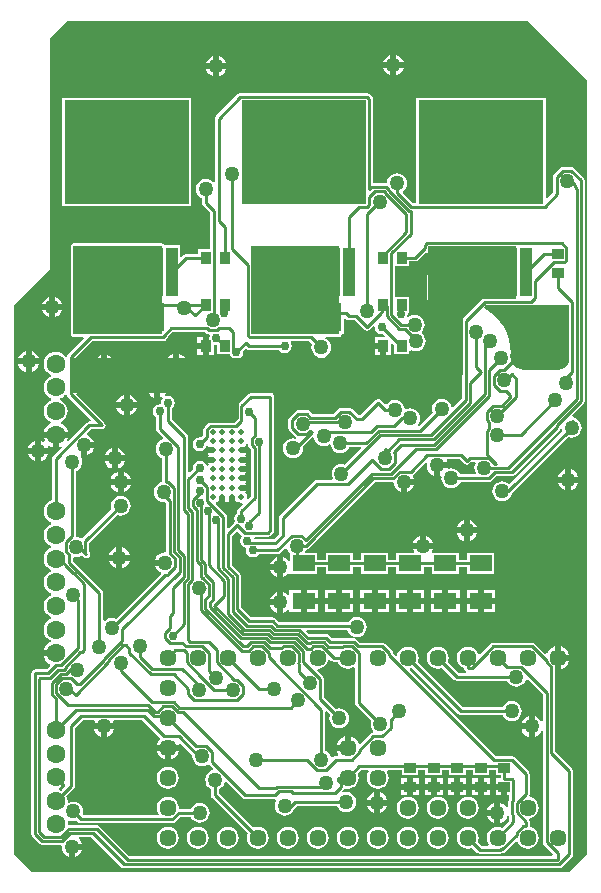
<source format=gbl>
G04 Layer_Physical_Order=2*
G04 Layer_Color=16711680*
%FSAX44Y44*%
%MOMM*%
G71*
G01*
G75*
%ADD14R,0.9000X1.0000*%
%ADD22R,1.0000X0.9000*%
%ADD23R,1.9000X1.3500*%
%ADD28R,1.0500X4.1500*%
%ADD29R,10.6000X8.8000*%
%ADD31C,0.2540*%
%ADD32C,1.4478*%
%ADD33C,1.6002*%
%ADD34C,0.7620*%
%ADD35C,1.2700*%
%ADD36C,0.5080*%
%ADD37R,7.3800X2.4400*%
G36*
X01085000Y01145000D02*
X01085000Y00490000D01*
X01070000Y00475000D01*
X00615000D01*
X00600000Y00490000D01*
Y00955000D01*
X00630000Y00985000D01*
Y01180000D01*
X00645000Y01195000D01*
X01035000D01*
X01085000Y01145000D01*
D02*
G37*
%LPC*%
G36*
X00822460Y00700460D02*
X00816430D01*
X00817235Y00698517D01*
X00818660Y00696660D01*
X00820517Y00695235D01*
X00822460Y00694430D01*
Y00700460D01*
D02*
G37*
G36*
X00857040Y00701460D02*
X00847540D01*
Y00694710D01*
X00857040D01*
Y00701460D01*
D02*
G37*
G36*
X01069629Y00653660D02*
X01062640D01*
Y00646671D01*
X01062653Y00646673D01*
X01065032Y00647658D01*
X01067074Y00649225D01*
X01068642Y00651268D01*
X01069627Y00653647D01*
X01069629Y00653660D01*
D02*
G37*
G36*
X01062640Y00665729D02*
Y00658740D01*
X01069629D01*
X01069627Y00658753D01*
X01068642Y00661132D01*
X01067074Y00663174D01*
X01065032Y00664742D01*
X01062653Y00665727D01*
X01062640Y00665729D01*
D02*
G37*
G36*
X00902460Y00701460D02*
X00892960D01*
Y00694710D01*
X00902460D01*
Y00701460D01*
D02*
G37*
G36*
X00917040D02*
X00907540D01*
Y00694710D01*
X00917040D01*
Y00701460D01*
D02*
G37*
G36*
X00872460D02*
X00862960D01*
Y00694710D01*
X00872460D01*
Y00701460D01*
D02*
G37*
G36*
X00887040D02*
X00877540D01*
Y00694710D01*
X00887040D01*
Y00701460D01*
D02*
G37*
G36*
X01035460Y00606570D02*
X01033517Y00605765D01*
X01031660Y00604340D01*
X01030235Y00602483D01*
X01029430Y00600540D01*
X01035460D01*
Y00606570D01*
D02*
G37*
G36*
X01002540Y00554040D02*
X00997540D01*
Y00549540D01*
X01002540D01*
Y00554040D01*
D02*
G37*
G36*
X00727360Y00577460D02*
X00720371D01*
X00720373Y00577447D01*
X00721358Y00575068D01*
X00722925Y00573025D01*
X00724968Y00571458D01*
X00727347Y00570473D01*
X00727360Y00570471D01*
Y00577460D01*
D02*
G37*
G36*
X00982540Y00554040D02*
X00977540D01*
Y00549540D01*
X00982540D01*
Y00554040D01*
D02*
G37*
G36*
X00992460D02*
X00987460D01*
Y00549540D01*
X00992460D01*
Y00554040D01*
D02*
G37*
G36*
X00684570Y00595460D02*
X00678540D01*
Y00589430D01*
X00680483Y00590235D01*
X00682340Y00591660D01*
X00683765Y00593517D01*
X00684570Y00595460D01*
D02*
G37*
G36*
X01035460D02*
X01029430D01*
X01030235Y00593517D01*
X01031660Y00591660D01*
X01033517Y00590235D01*
X01035460Y00589430D01*
Y00595460D01*
D02*
G37*
G36*
X00739429Y00577460D02*
X00732440D01*
Y00570471D01*
X00732453Y00570473D01*
X00734832Y00571458D01*
X00736874Y00573025D01*
X00738442Y00575068D01*
X00739427Y00577447D01*
X00739429Y00577460D01*
D02*
G37*
G36*
X00673460Y00595460D02*
X00667430D01*
X00668235Y00593517D01*
X00669660Y00591660D01*
X00671517Y00590235D01*
X00673460Y00589430D01*
Y00595460D01*
D02*
G37*
G36*
X00917040Y00713290D02*
X00907540D01*
Y00706540D01*
X00917040D01*
Y00713290D01*
D02*
G37*
G36*
X00932460D02*
X00922960D01*
Y00706540D01*
X00932460D01*
Y00713290D01*
D02*
G37*
G36*
X00887040D02*
X00877540D01*
Y00706540D01*
X00887040D01*
Y00713290D01*
D02*
G37*
G36*
X00902460D02*
X00892960D01*
Y00706540D01*
X00902460D01*
Y00713290D01*
D02*
G37*
G36*
X00977040D02*
X00967540D01*
Y00706540D01*
X00977040D01*
Y00713290D01*
D02*
G37*
G36*
X00992460D02*
X00982960D01*
Y00706540D01*
X00992460D01*
Y00713290D01*
D02*
G37*
G36*
X00947040D02*
X00937540D01*
Y00706540D01*
X00947040D01*
Y00713290D01*
D02*
G37*
G36*
X00962460D02*
X00952960D01*
Y00706540D01*
X00962460D01*
Y00713290D01*
D02*
G37*
G36*
X00872460D02*
X00862960D01*
Y00706540D01*
X00872460D01*
Y00713290D01*
D02*
G37*
G36*
X00962460Y00701460D02*
X00952960D01*
Y00694710D01*
X00962460D01*
Y00701460D01*
D02*
G37*
G36*
X00977040D02*
X00967540D01*
Y00694710D01*
X00977040D01*
Y00701460D01*
D02*
G37*
G36*
X00932460D02*
X00922960D01*
Y00694710D01*
X00932460D01*
Y00701460D01*
D02*
G37*
G36*
X00947040D02*
X00937540D01*
Y00694710D01*
X00947040D01*
Y00701460D01*
D02*
G37*
G36*
X00822460Y00711570D02*
X00820517Y00710765D01*
X00818660Y00709340D01*
X00817235Y00707483D01*
X00816430Y00705540D01*
X00822460D01*
Y00711570D01*
D02*
G37*
G36*
X00857040Y00713290D02*
X00847540D01*
Y00706540D01*
X00857040D01*
Y00713290D01*
D02*
G37*
G36*
X00992460Y00701460D02*
X00982960D01*
Y00694710D01*
X00992460D01*
Y00701460D01*
D02*
G37*
G36*
X01007040D02*
X00997540D01*
Y00694710D01*
X01007040D01*
Y00701460D01*
D02*
G37*
G36*
X00933100Y00538519D02*
X00930688Y00538201D01*
X00928441Y00537270D01*
X00926511Y00535789D01*
X00925030Y00533859D01*
X00924099Y00531612D01*
X00923781Y00529200D01*
X00924099Y00526788D01*
X00925030Y00524540D01*
X00926511Y00522611D01*
X00928441Y00521130D01*
X00930688Y00520199D01*
X00933100Y00519881D01*
X00935512Y00520199D01*
X00937759Y00521130D01*
X00939689Y00522611D01*
X00941170Y00524540D01*
X00942101Y00526788D01*
X00942419Y00529200D01*
X00942101Y00531612D01*
X00941170Y00533859D01*
X00939689Y00535789D01*
X00937759Y00537270D01*
X00935512Y00538201D01*
X00933100Y00538519D01*
D02*
G37*
G36*
X00958500D02*
X00956088Y00538201D01*
X00953841Y00537270D01*
X00951911Y00535789D01*
X00950430Y00533859D01*
X00949499Y00531612D01*
X00949181Y00529200D01*
X00949499Y00526788D01*
X00950430Y00524540D01*
X00951911Y00522611D01*
X00953841Y00521130D01*
X00956088Y00520199D01*
X00958500Y00519881D01*
X00960912Y00520199D01*
X00963159Y00521130D01*
X00965089Y00522611D01*
X00966570Y00524540D01*
X00967501Y00526788D01*
X00967819Y00529200D01*
X00967501Y00531612D01*
X00966570Y00533859D01*
X00965089Y00535789D01*
X00963159Y00537270D01*
X00960912Y00538201D01*
X00958500Y00538519D01*
D02*
G37*
G36*
Y00513119D02*
X00956088Y00512801D01*
X00953841Y00511870D01*
X00951911Y00510389D01*
X00950430Y00508459D01*
X00949499Y00506212D01*
X00949181Y00503800D01*
X00949499Y00501388D01*
X00950430Y00499141D01*
X00951911Y00497211D01*
X00953841Y00495730D01*
X00956088Y00494799D01*
X00958500Y00494481D01*
X00960912Y00494799D01*
X00963159Y00495730D01*
X00965089Y00497211D01*
X00966570Y00499141D01*
X00967501Y00501388D01*
X00967819Y00503800D01*
X00967501Y00506212D01*
X00966570Y00508459D01*
X00965089Y00510389D01*
X00963159Y00511870D01*
X00960912Y00512801D01*
X00958500Y00513119D01*
D02*
G37*
G36*
X01006460Y00522460D02*
X01000430D01*
X01001235Y00520517D01*
X01002660Y00518660D01*
X01004517Y00517235D01*
X01006460Y00516430D01*
Y00522460D01*
D02*
G37*
G36*
X00915805Y00530977D02*
X00909775D01*
Y00524946D01*
X00911718Y00525751D01*
X00913575Y00527176D01*
X00915000Y00529033D01*
X00915805Y00530977D01*
D02*
G37*
G36*
X01006460Y00533570D02*
X01004517Y00532765D01*
X01002660Y00531340D01*
X01001235Y00529483D01*
X01000430Y00527540D01*
X01006460D01*
Y00533570D01*
D02*
G37*
G36*
X00983900Y00538519D02*
X00981488Y00538201D01*
X00979241Y00537270D01*
X00977311Y00535789D01*
X00975830Y00533859D01*
X00974899Y00531612D01*
X00974581Y00529200D01*
X00974899Y00526788D01*
X00975830Y00524540D01*
X00977311Y00522611D01*
X00979241Y00521130D01*
X00981488Y00520199D01*
X00983900Y00519881D01*
X00986312Y00520199D01*
X00988559Y00521130D01*
X00990489Y00522611D01*
X00991970Y00524540D01*
X00992901Y00526788D01*
X00993219Y00529200D01*
X00992901Y00531612D01*
X00991970Y00533859D01*
X00990489Y00535789D01*
X00988559Y00537270D01*
X00986312Y00538201D01*
X00983900Y00538519D01*
D02*
G37*
G36*
X00904695Y00530977D02*
X00898664D01*
X00899469Y00529033D01*
X00900894Y00527176D01*
X00902751Y00525751D01*
X00904695Y00524946D01*
Y00530977D01*
D02*
G37*
G36*
X00933100Y00513119D02*
X00930688Y00512801D01*
X00928441Y00511870D01*
X00926511Y00510389D01*
X00925030Y00508459D01*
X00924099Y00506212D01*
X00923781Y00503800D01*
X00924099Y00501388D01*
X00925030Y00499141D01*
X00926511Y00497211D01*
X00928441Y00495730D01*
X00930688Y00494799D01*
X00933100Y00494481D01*
X00935512Y00494799D01*
X00937759Y00495730D01*
X00939689Y00497211D01*
X00941170Y00499141D01*
X00942101Y00501388D01*
X00942419Y00503800D01*
X00942101Y00506212D01*
X00941170Y00508459D01*
X00939689Y00510389D01*
X00937759Y00511870D01*
X00935512Y00512801D01*
X00933100Y00513119D01*
D02*
G37*
G36*
X00755300D02*
X00752888Y00512801D01*
X00750641Y00511870D01*
X00748711Y00510389D01*
X00747230Y00508459D01*
X00746299Y00506212D01*
X00745981Y00503800D01*
X00746299Y00501388D01*
X00747230Y00499141D01*
X00748711Y00497211D01*
X00750641Y00495730D01*
X00752888Y00494799D01*
X00755300Y00494481D01*
X00757712Y00494799D01*
X00759959Y00495730D01*
X00761889Y00497211D01*
X00763370Y00499141D01*
X00764301Y00501388D01*
X00764619Y00503800D01*
X00764301Y00506212D01*
X00763370Y00508459D01*
X00761889Y00510389D01*
X00759959Y00511870D01*
X00757712Y00512801D01*
X00755300Y00513119D01*
D02*
G37*
G36*
X00780700D02*
X00778288Y00512801D01*
X00776041Y00511870D01*
X00774111Y00510389D01*
X00772630Y00508459D01*
X00771699Y00506212D01*
X00771381Y00503800D01*
X00771699Y00501388D01*
X00772630Y00499141D01*
X00774111Y00497211D01*
X00776041Y00495730D01*
X00778288Y00494799D01*
X00780700Y00494481D01*
X00783112Y00494799D01*
X00785359Y00495730D01*
X00787289Y00497211D01*
X00788770Y00499141D01*
X00789701Y00501388D01*
X00790019Y00503800D01*
X00789701Y00506212D01*
X00788770Y00508459D01*
X00787289Y00510389D01*
X00785359Y00511870D01*
X00783112Y00512801D01*
X00780700Y00513119D01*
D02*
G37*
G36*
X00657570Y00493460D02*
X00651540D01*
Y00487430D01*
X00653483Y00488235D01*
X00655340Y00489660D01*
X00656765Y00491517D01*
X00657570Y00493460D01*
D02*
G37*
G36*
X00729900Y00513119D02*
X00727488Y00512801D01*
X00725241Y00511870D01*
X00723311Y00510389D01*
X00721830Y00508459D01*
X00720899Y00506212D01*
X00720581Y00503800D01*
X00720899Y00501388D01*
X00721830Y00499141D01*
X00723311Y00497211D01*
X00725241Y00495730D01*
X00727488Y00494799D01*
X00729900Y00494481D01*
X00732312Y00494799D01*
X00734559Y00495730D01*
X00736489Y00497211D01*
X00737970Y00499141D01*
X00738901Y00501388D01*
X00739219Y00503800D01*
X00738901Y00506212D01*
X00737970Y00508459D01*
X00736489Y00510389D01*
X00734559Y00511870D01*
X00732312Y00512801D01*
X00729900Y00513119D01*
D02*
G37*
G36*
X00882300D02*
X00879888Y00512801D01*
X00877641Y00511870D01*
X00875711Y00510389D01*
X00874230Y00508459D01*
X00873299Y00506212D01*
X00872981Y00503800D01*
X00873299Y00501388D01*
X00874230Y00499141D01*
X00875711Y00497211D01*
X00877641Y00495730D01*
X00879888Y00494799D01*
X00882300Y00494481D01*
X00884712Y00494799D01*
X00886959Y00495730D01*
X00888889Y00497211D01*
X00890370Y00499141D01*
X00891301Y00501388D01*
X00891619Y00503800D01*
X00891301Y00506212D01*
X00890370Y00508459D01*
X00888889Y00510389D01*
X00886959Y00511870D01*
X00884712Y00512801D01*
X00882300Y00513119D01*
D02*
G37*
G36*
X00907700D02*
X00905288Y00512801D01*
X00903041Y00511870D01*
X00901111Y00510389D01*
X00899630Y00508459D01*
X00898699Y00506212D01*
X00898381Y00503800D01*
X00898699Y00501388D01*
X00899630Y00499141D01*
X00901111Y00497211D01*
X00903041Y00495730D01*
X00905288Y00494799D01*
X00907700Y00494481D01*
X00910112Y00494799D01*
X00912359Y00495730D01*
X00914289Y00497211D01*
X00915770Y00499141D01*
X00916701Y00501388D01*
X00917019Y00503800D01*
X00916701Y00506212D01*
X00915770Y00508459D01*
X00914289Y00510389D01*
X00912359Y00511870D01*
X00910112Y00512801D01*
X00907700Y00513119D01*
D02*
G37*
G36*
X00831500D02*
X00829088Y00512801D01*
X00826841Y00511870D01*
X00824911Y00510389D01*
X00823430Y00508459D01*
X00822499Y00506212D01*
X00822181Y00503800D01*
X00822499Y00501388D01*
X00823430Y00499141D01*
X00824911Y00497211D01*
X00826841Y00495730D01*
X00829088Y00494799D01*
X00831500Y00494481D01*
X00833912Y00494799D01*
X00836159Y00495730D01*
X00838089Y00497211D01*
X00839570Y00499141D01*
X00840501Y00501388D01*
X00840819Y00503800D01*
X00840501Y00506212D01*
X00839570Y00508459D01*
X00838089Y00510389D01*
X00836159Y00511870D01*
X00833912Y00512801D01*
X00831500Y00513119D01*
D02*
G37*
G36*
X00856900D02*
X00854488Y00512801D01*
X00852241Y00511870D01*
X00850311Y00510389D01*
X00848830Y00508459D01*
X00847899Y00506212D01*
X00847581Y00503800D01*
X00847899Y00501388D01*
X00848830Y00499141D01*
X00850311Y00497211D01*
X00852241Y00495730D01*
X00854488Y00494799D01*
X00856900Y00494481D01*
X00859312Y00494799D01*
X00861559Y00495730D01*
X00863489Y00497211D01*
X00864970Y00499141D01*
X00865901Y00501388D01*
X00866219Y00503800D01*
X00865901Y00506212D01*
X00864970Y00508459D01*
X00863489Y00510389D01*
X00861559Y00511870D01*
X00859312Y00512801D01*
X00856900Y00513119D01*
D02*
G37*
G36*
X00729900Y00563919D02*
X00727488Y00563601D01*
X00725241Y00562670D01*
X00723311Y00561189D01*
X00721830Y00559259D01*
X00720899Y00557012D01*
X00720581Y00554600D01*
X00720899Y00552188D01*
X00721830Y00549940D01*
X00723311Y00548010D01*
X00725241Y00546530D01*
X00727488Y00545599D01*
X00729900Y00545281D01*
X00732312Y00545599D01*
X00734559Y00546530D01*
X00736489Y00548010D01*
X00737970Y00549940D01*
X00738901Y00552188D01*
X00739219Y00554600D01*
X00738901Y00557012D01*
X00737970Y00559259D01*
X00736489Y00561189D01*
X00734559Y00562670D01*
X00732312Y00563601D01*
X00729900Y00563919D01*
D02*
G37*
G36*
X00932460Y00554040D02*
X00927460D01*
Y00549540D01*
X00932460D01*
Y00554040D01*
D02*
G37*
G36*
X01002540Y00544460D02*
X00997540D01*
Y00539960D01*
X01002540D01*
Y00544460D01*
D02*
G37*
G36*
X01012460D02*
X01007460D01*
Y00539960D01*
X01012460D01*
Y00544460D01*
D02*
G37*
G36*
X00962540Y00554040D02*
X00957540D01*
Y00549540D01*
X00962540D01*
Y00554040D01*
D02*
G37*
G36*
X00972460D02*
X00967460D01*
Y00549540D01*
X00972460D01*
Y00554040D01*
D02*
G37*
G36*
X00942540D02*
X00937540D01*
Y00549540D01*
X00942540D01*
Y00554040D01*
D02*
G37*
G36*
X00952460D02*
X00947460D01*
Y00549540D01*
X00952460D01*
Y00554040D01*
D02*
G37*
G36*
X00992460Y00544460D02*
X00987460D01*
Y00539960D01*
X00992460D01*
Y00544460D01*
D02*
G37*
G36*
X00932460D02*
X00927460D01*
Y00539960D01*
X00932460D01*
Y00544460D01*
D02*
G37*
G36*
X00942540D02*
X00937540D01*
Y00539960D01*
X00942540D01*
Y00544460D01*
D02*
G37*
G36*
X00904695Y00542087D02*
X00902751Y00541282D01*
X00900894Y00539857D01*
X00899469Y00538000D01*
X00898664Y00536057D01*
X00904695D01*
Y00542087D01*
D02*
G37*
G36*
X00909775D02*
Y00536057D01*
X00915805D01*
X00915000Y00538000D01*
X00913575Y00539857D01*
X00911718Y00541282D01*
X00909775Y00542087D01*
D02*
G37*
G36*
X00972460Y00544460D02*
X00967460D01*
Y00539960D01*
X00972460D01*
Y00544460D01*
D02*
G37*
G36*
X00982540D02*
X00977540D01*
Y00539960D01*
X00982540D01*
Y00544460D01*
D02*
G37*
G36*
X00952460D02*
X00947460D01*
Y00539960D01*
X00952460D01*
Y00544460D01*
D02*
G37*
G36*
X00962540D02*
X00957540D01*
Y00539960D01*
X00962540D01*
Y00544460D01*
D02*
G37*
G36*
X00609460Y00915570D02*
X00607517Y00914765D01*
X00605660Y00913340D01*
X00604235Y00911483D01*
X00603430Y00909540D01*
X00609460D01*
Y00915570D01*
D02*
G37*
G36*
X00620570Y00904460D02*
X00614540D01*
Y00898430D01*
X00616483Y00899235D01*
X00618340Y00900660D01*
X00619765Y00902517D01*
X00620570Y00904460D01*
D02*
G37*
G36*
X00614540Y00915570D02*
Y00909540D01*
X00620570D01*
X00619765Y00911483D01*
X00618340Y00913340D01*
X00616483Y00914765D01*
X00614540Y00915570D01*
D02*
G37*
G36*
X00640570Y00950460D02*
X00634540D01*
Y00944430D01*
X00636483Y00945235D01*
X00638340Y00946660D01*
X00639765Y00948517D01*
X00640570Y00950460D01*
D02*
G37*
G36*
X00629460D02*
X00623430D01*
X00624235Y00948517D01*
X00625660Y00946660D01*
X00627517Y00945235D01*
X00629460Y00944430D01*
Y00950460D01*
D02*
G37*
G36*
X00609460Y00904460D02*
X00603430D01*
X00604235Y00902517D01*
X00605660Y00900660D01*
X00607517Y00899235D01*
X00609460Y00898430D01*
Y00904460D01*
D02*
G37*
G36*
X00617775Y00828860D02*
X00611745D01*
X00612550Y00826917D01*
X00613975Y00825060D01*
X00615832Y00823635D01*
X00617775Y00822830D01*
Y00828860D01*
D02*
G37*
G36*
X01071540Y00815570D02*
Y00809540D01*
X01077570D01*
X01076765Y00811483D01*
X01075340Y00813340D01*
X01073483Y00814765D01*
X01071540Y00815570D01*
D02*
G37*
G36*
X00628885Y00828860D02*
X00622855D01*
Y00822830D01*
X00624798Y00823635D01*
X00626655Y00825060D01*
X00628080Y00826917D01*
X00628885Y00828860D01*
D02*
G37*
G36*
X00632460Y00842460D02*
X00624702D01*
X00624730Y00842248D01*
X00625598Y00840152D01*
X00625144Y00839592D01*
X00624598Y00839248D01*
X00622855Y00839970D01*
Y00833940D01*
X00628885D01*
X00628360Y00835207D01*
X00629403Y00836008D01*
X00629684Y00835792D01*
X00632248Y00834730D01*
X00632460Y00834703D01*
Y00842460D01*
D02*
G37*
G36*
X00617775Y00839970D02*
X00615832Y00839165D01*
X00613975Y00837740D01*
X00612550Y00835883D01*
X00611745Y00833940D01*
X00617775D01*
Y00839970D01*
D02*
G37*
G36*
X00629460Y00961570D02*
X00627517Y00960765D01*
X00625660Y00959340D01*
X00624235Y00957483D01*
X00623430Y00955540D01*
X00629460D01*
Y00961570D01*
D02*
G37*
G36*
X00768460Y01165570D02*
X00766517Y01164765D01*
X00764660Y01163340D01*
X00763235Y01161483D01*
X00762430Y01159540D01*
X00768460D01*
Y01165570D01*
D02*
G37*
G36*
X00929570Y01155460D02*
X00923540D01*
Y01149430D01*
X00925483Y01150235D01*
X00927340Y01151660D01*
X00928765Y01153517D01*
X00929570Y01155460D01*
D02*
G37*
G36*
X00773540Y01165570D02*
Y01159540D01*
X00779570D01*
X00778765Y01161483D01*
X00777340Y01163340D01*
X00775483Y01164765D01*
X00773540Y01165570D01*
D02*
G37*
G36*
X00923540Y01166570D02*
Y01160540D01*
X00929570D01*
X00928765Y01162483D01*
X00927340Y01164340D01*
X00925483Y01165765D01*
X00923540Y01166570D01*
D02*
G37*
G36*
X00918460D02*
X00916517Y01165765D01*
X00914660Y01164340D01*
X00913235Y01162483D01*
X00912430Y01160540D01*
X00918460D01*
Y01166570D01*
D02*
G37*
G36*
Y01155460D02*
X00912430D01*
X00913235Y01153517D01*
X00914660Y01151660D01*
X00916517Y01150235D01*
X00918460Y01149430D01*
Y01155460D01*
D02*
G37*
G36*
X00750000Y01130500D02*
X00640000D01*
Y01038500D01*
X00750000D01*
Y01130500D01*
D02*
G37*
G36*
X00634540Y00961570D02*
Y00955540D01*
X00640570D01*
X00639765Y00957483D01*
X00638340Y00959340D01*
X00636483Y00960765D01*
X00634540Y00961570D01*
D02*
G37*
G36*
X00898940Y01134104D02*
X00791060D01*
X00789784Y01133850D01*
X00788702Y01133128D01*
X00770642Y01115068D01*
X00769920Y01113986D01*
X00769666Y01112710D01*
Y01058812D01*
X00768396Y01058381D01*
X00767955Y01058955D01*
X00766211Y01060294D01*
X00764180Y01061135D01*
X00762000Y01061422D01*
X00759820Y01061135D01*
X00757789Y01060294D01*
X00756045Y01058955D01*
X00754706Y01057211D01*
X00753865Y01055180D01*
X00753578Y01053000D01*
X00753865Y01050820D01*
X00754706Y01048789D01*
X00756045Y01047045D01*
X00757789Y01045706D01*
X00758666Y01045343D01*
Y01041540D01*
X00758920Y01040264D01*
X00759642Y01039183D01*
X00765436Y01033389D01*
Y01002000D01*
X00755500D01*
Y00998334D01*
X00745600D01*
X00744324Y00998081D01*
X00743243Y00997358D01*
X00741523Y00995638D01*
X00740350Y00996124D01*
Y01005250D01*
X00726990D01*
X00726884Y01005780D01*
X00726442Y01006442D01*
X00725780Y01006884D01*
X00725000Y01007039D01*
X00650000D01*
X00649220Y01006884D01*
X00648558Y01006442D01*
X00648116Y01005780D01*
X00647961Y01005000D01*
Y00930000D01*
X00648116Y00929220D01*
X00648558Y00928558D01*
X00649220Y00928116D01*
X00650000Y00927961D01*
X00658376D01*
X00658862Y00926787D01*
X00645372Y00913298D01*
X00644650Y00912216D01*
X00644458Y00911254D01*
X00643623Y00910919D01*
X00643126Y00910905D01*
X00642133Y00912199D01*
X00640044Y00913802D01*
X00637611Y00914810D01*
X00635000Y00915153D01*
X00632389Y00914810D01*
X00629956Y00913802D01*
X00627867Y00912199D01*
X00626264Y00910110D01*
X00625256Y00907677D01*
X00624913Y00905066D01*
X00625256Y00902455D01*
X00626264Y00900022D01*
X00627867Y00897933D01*
X00629956Y00896330D01*
X00631429Y00895720D01*
Y00894346D01*
X00629956Y00893736D01*
X00627867Y00892133D01*
X00626264Y00890044D01*
X00625256Y00887611D01*
X00624913Y00885000D01*
X00625256Y00882389D01*
X00626264Y00879956D01*
X00627867Y00877867D01*
X00629956Y00876264D01*
X00631349Y00875687D01*
Y00874313D01*
X00629956Y00873736D01*
X00627867Y00872133D01*
X00626264Y00870044D01*
X00625256Y00867611D01*
X00624913Y00865000D01*
X00625256Y00862389D01*
X00626264Y00859956D01*
X00627867Y00857867D01*
X00629956Y00856264D01*
X00630643Y00855980D01*
Y00854605D01*
X00629684Y00854208D01*
X00627482Y00852518D01*
X00625792Y00850316D01*
X00624730Y00847752D01*
X00624702Y00847540D01*
X00635000D01*
X00645298D01*
X00645270Y00847752D01*
X00644208Y00850316D01*
X00642518Y00852518D01*
X00640316Y00854208D01*
X00639357Y00854605D01*
Y00855980D01*
X00640044Y00856264D01*
X00642133Y00857867D01*
X00643736Y00859956D01*
X00644744Y00862389D01*
X00645087Y00865000D01*
X00644744Y00867611D01*
X00643736Y00870044D01*
X00642133Y00872133D01*
X00640044Y00873736D01*
X00638651Y00874313D01*
Y00875687D01*
X00640044Y00876264D01*
X00642133Y00877867D01*
X00643126Y00879162D01*
X00643737Y00879112D01*
X00644448Y00878798D01*
X00644650Y00877784D01*
X00645372Y00876702D01*
X00664692Y00857383D01*
X00664206Y00856209D01*
X00663488D01*
X00662212Y00855956D01*
X00661131Y00855233D01*
X00645583Y00839685D01*
X00644506Y00840404D01*
X00645270Y00842248D01*
X00645298Y00842460D01*
X00637540D01*
Y00834703D01*
X00637752Y00834730D01*
X00639596Y00835494D01*
X00640315Y00834418D01*
X00632643Y00826745D01*
X00631920Y00825663D01*
X00631666Y00824387D01*
Y00789444D01*
X00629956Y00788736D01*
X00627867Y00787133D01*
X00626264Y00785044D01*
X00625256Y00782611D01*
X00624913Y00780000D01*
X00625256Y00777389D01*
X00626264Y00774956D01*
X00627867Y00772867D01*
X00629956Y00771264D01*
X00631349Y00770687D01*
Y00769313D01*
X00629956Y00768736D01*
X00627867Y00767133D01*
X00626264Y00765044D01*
X00625256Y00762611D01*
X00624913Y00760000D01*
X00625256Y00757389D01*
X00626264Y00754956D01*
X00627867Y00752867D01*
X00629956Y00751264D01*
X00631189Y00750753D01*
Y00749379D01*
X00629956Y00748868D01*
X00627867Y00747265D01*
X00626264Y00745176D01*
X00625256Y00742743D01*
X00624913Y00740132D01*
X00625256Y00737521D01*
X00626264Y00735089D01*
X00627867Y00732999D01*
X00629956Y00731396D01*
X00631429Y00730786D01*
Y00729412D01*
X00629956Y00728802D01*
X00627867Y00727199D01*
X00626264Y00725110D01*
X00625256Y00722677D01*
X00624913Y00720066D01*
X00625256Y00717455D01*
X00626264Y00715023D01*
X00627867Y00712933D01*
X00629956Y00711330D01*
X00631429Y00710720D01*
Y00709346D01*
X00629956Y00708736D01*
X00627867Y00707133D01*
X00626264Y00705044D01*
X00625256Y00702611D01*
X00624913Y00700000D01*
X00625256Y00697389D01*
X00626264Y00694957D01*
X00627867Y00692867D01*
X00629956Y00691264D01*
X00631349Y00690687D01*
Y00689313D01*
X00629956Y00688736D01*
X00627867Y00687133D01*
X00626264Y00685044D01*
X00625256Y00682611D01*
X00624913Y00680000D01*
X00625256Y00677389D01*
X00626264Y00674957D01*
X00627867Y00672867D01*
X00629956Y00671264D01*
X00630643Y00670980D01*
Y00669605D01*
X00629684Y00669208D01*
X00627482Y00667518D01*
X00625792Y00665316D01*
X00624730Y00662752D01*
X00624702Y00662540D01*
X00635000D01*
Y00657460D01*
X00624702D01*
X00624730Y00657248D01*
X00625792Y00654684D01*
X00627482Y00652482D01*
X00629684Y00650793D01*
X00630236Y00650564D01*
X00630484Y00649318D01*
X00627499Y00646334D01*
X00617649D01*
X00616373Y00646080D01*
X00615291Y00645358D01*
X00614569Y00644276D01*
X00614315Y00643000D01*
Y00507345D01*
X00614569Y00506069D01*
X00615291Y00504987D01*
X00621447Y00498832D01*
X00622529Y00498109D01*
X00623805Y00497855D01*
X00639314D01*
X00640152Y00496900D01*
X00640033Y00496000D01*
X00640339Y00493679D01*
X00641235Y00491517D01*
X00642660Y00489660D01*
X00644517Y00488235D01*
X00646460Y00487430D01*
Y00496000D01*
X00649000D01*
Y00498540D01*
X00657570D01*
X00656765Y00500483D01*
X00655340Y00502340D01*
X00654208Y00503209D01*
X00654639Y00504479D01*
X00664806D01*
X00690182Y00479103D01*
X00691264Y00478380D01*
X00692540Y00478126D01*
X01061466D01*
X01062742Y00478380D01*
X01063824Y00479103D01*
X01071966Y00487245D01*
X01072689Y00488327D01*
X01072943Y00489603D01*
Y00558519D01*
X01073080Y00558724D01*
X01073334Y00560000D01*
X01073080Y00561276D01*
X01072357Y00562357D01*
X01057465Y00577250D01*
Y00645402D01*
X01057560Y00645486D01*
Y00656200D01*
Y00665729D01*
X01057547Y00665727D01*
X01055168Y00664742D01*
X01053126Y00663174D01*
X01051558Y00661132D01*
X01051022Y00659837D01*
X01049524Y00659539D01*
X01040996Y00668066D01*
X01039915Y00668789D01*
X01038639Y00669043D01*
X01005361D01*
X01004085Y00668789D01*
X01003004Y00668066D01*
X00997433Y00662496D01*
X00997270Y00662251D01*
X00994074Y00659056D01*
X00992589Y00659366D01*
X00991970Y00660859D01*
X00990489Y00662789D01*
X00988559Y00664270D01*
X00986312Y00665201D01*
X00983900Y00665519D01*
X00981488Y00665201D01*
X00979241Y00664270D01*
X00977311Y00662789D01*
X00975830Y00660859D01*
X00974899Y00658612D01*
X00974581Y00656200D01*
X00974899Y00653788D01*
X00975830Y00651541D01*
X00977311Y00649611D01*
X00979241Y00648130D01*
X00980590Y00647571D01*
X00980820Y00646415D01*
X00981543Y00645333D01*
X00982624Y00644611D01*
X00982657Y00644604D01*
X00982532Y00643334D01*
X00976081D01*
X00966952Y00652463D01*
X00967501Y00653788D01*
X00967819Y00656200D01*
X00967501Y00658612D01*
X00966570Y00660859D01*
X00965089Y00662789D01*
X00963159Y00664270D01*
X00960912Y00665201D01*
X00958500Y00665519D01*
X00956088Y00665201D01*
X00953841Y00664270D01*
X00951911Y00662789D01*
X00950430Y00660859D01*
X00949499Y00658612D01*
X00949181Y00656200D01*
X00949499Y00653788D01*
X00950430Y00651541D01*
X00951911Y00649611D01*
X00953841Y00648130D01*
X00956088Y00647199D01*
X00958500Y00646881D01*
X00960912Y00647199D01*
X00962237Y00647748D01*
X00972342Y00637643D01*
X00973424Y00636920D01*
X00974700Y00636666D01*
X01017343D01*
X01017706Y00635789D01*
X01019045Y00634045D01*
X01020789Y00632706D01*
X01022820Y00631865D01*
X01025000Y00631578D01*
X01027180Y00631865D01*
X01029211Y00632706D01*
X01030955Y00634045D01*
X01032294Y00635789D01*
X01033054Y00637625D01*
X01034308Y00638167D01*
X01047257Y00625219D01*
Y00602201D01*
X01045987Y00601949D01*
X01045765Y00602483D01*
X01044340Y00604340D01*
X01042483Y00605765D01*
X01040540Y00606570D01*
Y00598000D01*
Y00589430D01*
X01042483Y00590235D01*
X01044340Y00591660D01*
X01045765Y00593517D01*
X01045987Y00594052D01*
X01047257Y00593799D01*
Y00499861D01*
X01047511Y00498585D01*
X01048233Y00497504D01*
X01056133Y00489604D01*
X01055607Y00488334D01*
X00697381D01*
X00672004Y00513711D01*
X00670923Y00514434D01*
X00669647Y00514687D01*
X00645906D01*
X00645632Y00515000D01*
X00645298Y00517535D01*
X00645771Y00518088D01*
X00646345Y00518474D01*
X00647819Y00517864D01*
X00649999Y00517577D01*
X00652178Y00517864D01*
X00653055Y00518227D01*
X00653949Y00517333D01*
X00655031Y00516611D01*
X00656307Y00516357D01*
X00733839D01*
X00735115Y00516611D01*
X00736196Y00517333D01*
X00740529Y00521666D01*
X00749343D01*
X00749706Y00520789D01*
X00751045Y00519045D01*
X00752789Y00517706D01*
X00754820Y00516865D01*
X00757000Y00516578D01*
X00759180Y00516865D01*
X00761211Y00517706D01*
X00762955Y00519045D01*
X00764294Y00520789D01*
X00765135Y00522820D01*
X00765422Y00525000D01*
X00765135Y00527180D01*
X00764294Y00529211D01*
X00762955Y00530955D01*
X00761211Y00532294D01*
X00759180Y00533135D01*
X00757000Y00533422D01*
X00754820Y00533135D01*
X00752789Y00532294D01*
X00751045Y00530955D01*
X00749706Y00529211D01*
X00749343Y00528334D01*
X00740386D01*
X00739219Y00529200D01*
X00739176Y00529525D01*
X00738901Y00531612D01*
X00737970Y00533859D01*
X00736489Y00535789D01*
X00734559Y00537270D01*
X00732312Y00538201D01*
X00729900Y00538519D01*
X00727488Y00538201D01*
X00725241Y00537270D01*
X00723311Y00535789D01*
X00721830Y00533859D01*
X00720899Y00531612D01*
X00720581Y00529200D01*
X00720899Y00526788D01*
X00721830Y00524540D01*
X00722119Y00524164D01*
X00721557Y00523025D01*
X00659030D01*
X00658196Y00524295D01*
X00658421Y00525999D01*
X00658134Y00528179D01*
X00657292Y00530210D01*
X00655954Y00531954D01*
X00654210Y00533293D01*
X00652178Y00534134D01*
X00649999Y00534421D01*
X00647819Y00534134D01*
X00646164Y00533448D01*
X00644974Y00534138D01*
X00645087Y00535000D01*
X00644744Y00537611D01*
X00644035Y00539321D01*
X00650358Y00545643D01*
X00651080Y00546724D01*
X00651334Y00548000D01*
Y00596619D01*
X00658001Y00603286D01*
X00667378D01*
X00668041Y00602016D01*
X00667430Y00600540D01*
X00684570D01*
X00683959Y00602016D01*
X00684622Y00603286D01*
X00707999D01*
X00723028Y00588257D01*
X00722945Y00586989D01*
X00722925Y00586974D01*
X00721358Y00584931D01*
X00720373Y00582553D01*
X00720371Y00582540D01*
X00729900D01*
Y00580000D01*
D01*
Y00582540D01*
X00739429D01*
X00739427Y00582553D01*
X00739126Y00583281D01*
X00740202Y00584001D01*
X00750651Y00573552D01*
X00750578Y00573000D01*
X00750865Y00570820D01*
X00751706Y00568789D01*
X00753045Y00567045D01*
X00754789Y00565706D01*
X00756820Y00564865D01*
X00759000Y00564578D01*
X00761180Y00564865D01*
X00763211Y00565706D01*
X00763446Y00565887D01*
X00765105Y00565559D01*
X00765263Y00565322D01*
X00768246Y00562339D01*
X00768125Y00561983D01*
X00767703Y00561086D01*
X00765787Y00560293D01*
X00764043Y00558954D01*
X00762705Y00557210D01*
X00761863Y00555179D01*
X00761576Y00552999D01*
X00761863Y00550819D01*
X00762705Y00548788D01*
X00764043Y00547044D01*
X00765787Y00545705D01*
X00766664Y00545342D01*
Y00539901D01*
X00766918Y00538625D01*
X00767641Y00537544D01*
X00797648Y00507537D01*
X00797099Y00506212D01*
X00796781Y00503800D01*
X00797099Y00501388D01*
X00798030Y00499141D01*
X00799511Y00497211D01*
X00801441Y00495730D01*
X00803688Y00494799D01*
X00806100Y00494481D01*
X00808512Y00494799D01*
X00810759Y00495730D01*
X00812689Y00497211D01*
X00814170Y00499141D01*
X00815101Y00501388D01*
X00815419Y00503800D01*
X00815101Y00506212D01*
X00814170Y00508459D01*
X00812689Y00510389D01*
X00810759Y00511870D01*
X00808512Y00512801D01*
X00806100Y00513119D01*
X00803688Y00512801D01*
X00802363Y00512252D01*
X00773333Y00541282D01*
Y00545342D01*
X00774210Y00545705D01*
X00775954Y00547044D01*
X00777292Y00548788D01*
X00778085Y00550703D01*
X00778982Y00551125D01*
X00779339Y00551246D01*
X00793322Y00537262D01*
X00794404Y00536540D01*
X00795680Y00536286D01*
X00820423D01*
X00821022Y00536405D01*
X00821738Y00535253D01*
X00821706Y00535211D01*
X00820865Y00533180D01*
X00820578Y00531000D01*
X00820865Y00528820D01*
X00821706Y00526789D01*
X00823045Y00525045D01*
X00824789Y00523706D01*
X00826820Y00522865D01*
X00829000Y00522578D01*
X00831180Y00522865D01*
X00833211Y00523706D01*
X00834955Y00525045D01*
X00836294Y00526789D01*
X00836852Y00528137D01*
X00839381Y00530666D01*
X00873343D01*
X00873706Y00529789D01*
X00875045Y00528045D01*
X00876789Y00526706D01*
X00878820Y00525865D01*
X00881000Y00525578D01*
X00883180Y00525865D01*
X00885211Y00526706D01*
X00886955Y00528045D01*
X00888294Y00529789D01*
X00889135Y00531820D01*
X00889422Y00534000D01*
X00889135Y00536180D01*
X00888294Y00538211D01*
X00886955Y00539955D01*
X00885211Y00541294D01*
X00883180Y00542135D01*
X00881000Y00542422D01*
X00878820Y00542135D01*
X00878187Y00541873D01*
X00877468Y00542950D01*
X00878611Y00544092D01*
X00879333Y00545174D01*
X00879362Y00545317D01*
X00879888Y00545599D01*
X00882300Y00545281D01*
X00884712Y00545599D01*
X00886959Y00546530D01*
X00888889Y00548010D01*
X00890370Y00549940D01*
X00891301Y00552188D01*
X00891619Y00554600D01*
X00891301Y00557012D01*
X00890752Y00558337D01*
X00893190Y00560775D01*
X00899357D01*
X00899919Y00559636D01*
X00899630Y00559259D01*
X00898699Y00557012D01*
X00898381Y00554600D01*
X00898699Y00552188D01*
X00899630Y00549940D01*
X00901111Y00548010D01*
X00903041Y00546530D01*
X00905288Y00545599D01*
X00907700Y00545281D01*
X00910112Y00545599D01*
X00912359Y00546530D01*
X00914289Y00548010D01*
X00915770Y00549940D01*
X00916701Y00552188D01*
X00917019Y00554600D01*
X00916701Y00557012D01*
X00915770Y00559259D01*
X00915481Y00559636D01*
X00916043Y00560775D01*
X00928000D01*
Y00556500D01*
X00942000D01*
Y00560775D01*
X00948000D01*
Y00556500D01*
X00962000D01*
Y00560775D01*
X00968000D01*
Y00556500D01*
X00982000D01*
Y00560775D01*
X00988000D01*
Y00556500D01*
X01002000D01*
Y00560775D01*
X01008000D01*
Y00556500D01*
X01011666D01*
Y00554040D01*
X01007460D01*
Y00549540D01*
X01015000D01*
Y00547000D01*
X01017540D01*
Y00539960D01*
X01018936D01*
Y00536427D01*
X01018571Y00535881D01*
X01018317Y00534605D01*
Y00529056D01*
X01017047Y00528804D01*
X01016765Y00529483D01*
X01015340Y00531340D01*
X01013483Y00532765D01*
X01011540Y00533570D01*
Y00525000D01*
Y00516430D01*
X01013483Y00517235D01*
X01015340Y00518660D01*
X01016765Y00520517D01*
X01017428Y00522117D01*
X01017548Y00522159D01*
X01018817Y00522151D01*
X01018936Y00521972D01*
Y00518151D01*
X01013037Y00512252D01*
X01011712Y00512801D01*
X01009300Y00513119D01*
X01006888Y00512801D01*
X01004641Y00511870D01*
X01002711Y00510389D01*
X01001230Y00508459D01*
X01000299Y00506212D01*
X00999981Y00503800D01*
X01000299Y00501388D01*
X01001230Y00499141D01*
X01001998Y00498139D01*
X01001372Y00496869D01*
X00995546D01*
X00992352Y00500063D01*
X00992901Y00501388D01*
X00993219Y00503800D01*
X00992901Y00506212D01*
X00991970Y00508459D01*
X00990489Y00510389D01*
X00988559Y00511870D01*
X00986312Y00512801D01*
X00983900Y00513119D01*
X00981488Y00512801D01*
X00979241Y00511870D01*
X00977311Y00510389D01*
X00975830Y00508459D01*
X00974899Y00506212D01*
X00974581Y00503800D01*
X00974899Y00501388D01*
X00975830Y00499141D01*
X00977311Y00497211D01*
X00979241Y00495730D01*
X00981488Y00494799D01*
X00983900Y00494481D01*
X00986312Y00494799D01*
X00987637Y00495348D01*
X00991807Y00491178D01*
X00992889Y00490455D01*
X00994165Y00490201D01*
X01011380D01*
X01012656Y00490455D01*
X01013478Y00491004D01*
X01014515Y00491211D01*
X01015596Y00491933D01*
X01024537Y00500874D01*
X01026035Y00500576D01*
X01026630Y00499141D01*
X01028111Y00497211D01*
X01030041Y00495730D01*
X01032288Y00494799D01*
X01034700Y00494481D01*
X01037112Y00494799D01*
X01039359Y00495730D01*
X01041289Y00497211D01*
X01042770Y00499141D01*
X01043701Y00501388D01*
X01044019Y00503800D01*
X01043701Y00506212D01*
X01042770Y00508459D01*
X01041289Y00510389D01*
X01039359Y00511870D01*
X01037112Y00512801D01*
X01037032Y00512812D01*
X01036293Y00513844D01*
X01036334Y00514052D01*
Y00517452D01*
X01036080Y00518728D01*
X01036047Y00518778D01*
X01036664Y00520140D01*
X01037112Y00520199D01*
X01039359Y00521130D01*
X01041289Y00522611D01*
X01042770Y00524540D01*
X01043701Y00526788D01*
X01044019Y00529200D01*
X01043701Y00531612D01*
X01042770Y00533859D01*
X01041289Y00535789D01*
X01039359Y00537270D01*
X01037112Y00538201D01*
X01036664Y00538260D01*
X01036047Y00539622D01*
X01036080Y00539672D01*
X01036334Y00540948D01*
Y00557710D01*
X01036080Y00558986D01*
X01035358Y00560068D01*
X01023298Y00572128D01*
X01022216Y00572850D01*
X01020940Y00573104D01*
X01007463D01*
X00934633Y00645934D01*
X00935041Y00647137D01*
X00935512Y00647199D01*
X00936837Y00647748D01*
X00975942Y00608643D01*
X00977024Y00607920D01*
X00978300Y00607666D01*
X01013343D01*
X01013706Y00606789D01*
X01015045Y00605045D01*
X01016789Y00603706D01*
X01018820Y00602865D01*
X01021000Y00602578D01*
X01023180Y00602865D01*
X01025211Y00603706D01*
X01026955Y00605045D01*
X01028294Y00606789D01*
X01029135Y00608820D01*
X01029422Y00611000D01*
X01029135Y00613180D01*
X01028294Y00615211D01*
X01026955Y00616955D01*
X01025211Y00618294D01*
X01023180Y00619135D01*
X01021000Y00619422D01*
X01018820Y00619135D01*
X01016789Y00618294D01*
X01015045Y00616955D01*
X01013706Y00615211D01*
X01013343Y00614334D01*
X00979681D01*
X00941552Y00652463D01*
X00942101Y00653788D01*
X00942419Y00656200D01*
X00942101Y00658612D01*
X00941170Y00660859D01*
X00939689Y00662789D01*
X00937759Y00664270D01*
X00935512Y00665201D01*
X00933100Y00665519D01*
X00930688Y00665201D01*
X00928441Y00664270D01*
X00926511Y00662789D01*
X00925030Y00660859D01*
X00924099Y00658612D01*
X00924037Y00658141D01*
X00922834Y00657733D01*
X00920543Y00660024D01*
Y00660139D01*
X00920289Y00661414D01*
X00919566Y00662496D01*
X00913996Y00668066D01*
X00912915Y00668789D01*
X00911639Y00669043D01*
X00892626D01*
X00890063Y00671606D01*
X00888981Y00672329D01*
X00887705Y00672583D01*
X00868692D01*
X00866129Y00675146D01*
X00865047Y00675869D01*
X00863771Y00676123D01*
X00849765D01*
X00846986Y00678902D01*
X00847472Y00680075D01*
X00881852D01*
X00881865Y00679980D01*
X00882706Y00677949D01*
X00884045Y00676205D01*
X00885789Y00674866D01*
X00887820Y00674025D01*
X00890000Y00673738D01*
X00892180Y00674025D01*
X00894211Y00674866D01*
X00895955Y00676205D01*
X00897294Y00677949D01*
X00898135Y00679980D01*
X00898422Y00682160D01*
X00898135Y00684340D01*
X00897294Y00686371D01*
X00895955Y00688115D01*
X00894211Y00689454D01*
X00892180Y00690295D01*
X00890000Y00690582D01*
X00887820Y00690295D01*
X00885789Y00689454D01*
X00884045Y00688115D01*
X00882992Y00686743D01*
X00823757D01*
X00821194Y00689306D01*
X00820112Y00690029D01*
X00818837Y00690283D01*
X00800432D01*
X00791654Y00699061D01*
Y00725902D01*
X00791400Y00727178D01*
X00790677Y00728260D01*
X00784254Y00734683D01*
Y00759150D01*
X00788695Y00763590D01*
X00792079Y00760206D01*
X00792810Y00759187D01*
X00791525Y00757265D01*
X00791075Y00754998D01*
X00791525Y00752731D01*
X00792810Y00750810D01*
X00794732Y00749526D01*
X00796508Y00749172D01*
X00796076Y00747000D01*
X00796527Y00744733D01*
X00797811Y00742811D01*
X00799733Y00741527D01*
X00802000Y00741076D01*
X00804267Y00741527D01*
X00806189Y00742811D01*
X00806760Y00743666D01*
X00822810D01*
X00824085Y00743920D01*
X00825167Y00744642D01*
X00829692Y00749167D01*
X00830946Y00748625D01*
X00831706Y00746789D01*
X00833045Y00745045D01*
X00833500Y00744695D01*
Y00738612D01*
X00832230Y00738181D01*
X00831340Y00739340D01*
X00829483Y00740765D01*
X00827540Y00741570D01*
Y00733000D01*
Y00724430D01*
X00829483Y00725235D01*
X00831340Y00726660D01*
X00832230Y00727819D01*
X00833500Y00727388D01*
Y00727250D01*
X00856500D01*
Y00732666D01*
X00863500D01*
Y00727250D01*
X00886500D01*
Y00732666D01*
X00893500D01*
Y00727250D01*
X00916500D01*
Y00732666D01*
X00923500D01*
Y00727250D01*
X00946500D01*
Y00732666D01*
X00953500D01*
Y00727250D01*
X00976500D01*
Y00732666D01*
X00983500D01*
Y00727250D01*
X01006500D01*
Y00744750D01*
X00983500D01*
Y00739334D01*
X00976500D01*
Y00744750D01*
X00954494D01*
X00954011Y00744750D01*
X00953330Y00745950D01*
X00953765Y00746517D01*
X00954570Y00748460D01*
X00937430D01*
X00938235Y00746517D01*
X00938716Y00745889D01*
X00938154Y00744750D01*
X00923500D01*
Y00739334D01*
X00916500D01*
Y00744750D01*
X00893500D01*
Y00739334D01*
X00886500D01*
Y00744750D01*
X00863500D01*
Y00739334D01*
X00856500D01*
Y00744750D01*
X00846330D01*
X00845704Y00746020D01*
X00846294Y00746789D01*
X00846657Y00747666D01*
X00847000D01*
X00848276Y00747920D01*
X00849358Y00748643D01*
X00905381Y00804666D01*
X00920809D01*
X00921105Y00804454D01*
X00921339Y00802679D01*
X00922235Y00800517D01*
X00923660Y00798660D01*
X00925517Y00797235D01*
X00927460Y00796430D01*
Y00805000D01*
X00930000D01*
Y00807540D01*
X00938570D01*
X00937765Y00809483D01*
X00937500Y00809829D01*
X00937707Y00811082D01*
X00937978Y00811263D01*
X00948061Y00821346D01*
X00949264Y00820753D01*
X00949033Y00819000D01*
X00949339Y00816679D01*
X00950235Y00814517D01*
X00951660Y00812660D01*
X00953517Y00811235D01*
X00955460Y00810430D01*
Y00819000D01*
X00958000D01*
Y00821540D01*
X00966570D01*
X00965959Y00823016D01*
X00966622Y00824286D01*
X00976999D01*
X00980642Y00820642D01*
X00981724Y00819920D01*
X00983000Y00819666D01*
X00984276Y00819920D01*
X00985358Y00820642D01*
X00987001Y00822286D01*
X00990122D01*
X00990626Y00821016D01*
X00989865Y00819180D01*
X00989578Y00817000D01*
X00989865Y00814820D01*
X00990626Y00812984D01*
X00990122Y00811714D01*
X00977497D01*
X00977292Y00812209D01*
X00975953Y00813954D01*
X00974209Y00815292D01*
X00972178Y00816133D01*
X00969998Y00816420D01*
X00967818Y00816133D01*
X00967664Y00816070D01*
X00967284Y00816460D01*
X00960540D01*
Y00810430D01*
X00960689Y00810491D01*
X00961783Y00809570D01*
X00961576Y00807998D01*
X00961863Y00805819D01*
X00962704Y00803787D01*
X00964043Y00802043D01*
X00965787Y00800705D01*
X00967818Y00799863D01*
X00969998Y00799576D01*
X00972178Y00799863D01*
X00974209Y00800705D01*
X00975953Y00802043D01*
X00977292Y00803787D01*
X00977813Y00805046D01*
X01001571D01*
X01002846Y00805300D01*
X01003928Y00806022D01*
X01008031Y00810126D01*
X01021175D01*
X01022451Y00810380D01*
X01023533Y00811103D01*
X01061843Y00849413D01*
X01062397Y00850242D01*
X01063493Y00850154D01*
X01063699Y00850079D01*
X01063865Y00848820D01*
X01064228Y00847943D01*
X01019223Y00802938D01*
X01018955Y00802955D01*
X01017211Y00804294D01*
X01015180Y00805135D01*
X01013000Y00805422D01*
X01010820Y00805135D01*
X01008789Y00804294D01*
X01007045Y00802955D01*
X01005706Y00801211D01*
X01004865Y00799180D01*
X01004578Y00797000D01*
X01004865Y00794820D01*
X01005706Y00792789D01*
X01007045Y00791045D01*
X01008789Y00789706D01*
X01010820Y00788865D01*
X01013000Y00788578D01*
X01015180Y00788865D01*
X01017211Y00789706D01*
X01018955Y00791045D01*
X01020294Y00792789D01*
X01021135Y00794820D01*
X01021226Y00795511D01*
X01068943Y00843228D01*
X01069820Y00842865D01*
X01072000Y00842578D01*
X01074180Y00842865D01*
X01076211Y00843706D01*
X01077955Y00845045D01*
X01079294Y00846789D01*
X01080135Y00848820D01*
X01080422Y00851000D01*
X01080135Y00853180D01*
X01079294Y00855211D01*
X01077955Y00856955D01*
X01076211Y00858294D01*
X01074863Y00858852D01*
X01074358Y00859358D01*
X01073276Y00860080D01*
X01072710Y00860193D01*
X01072292Y00861571D01*
X01081898Y00871176D01*
X01082620Y00872258D01*
X01082874Y00873534D01*
Y01060650D01*
X01082620Y01061926D01*
X01081898Y01063008D01*
X01073928Y01070977D01*
X01072846Y01071700D01*
X01071571Y01071954D01*
X01064429D01*
X01063154Y01071700D01*
X01062072Y01070977D01*
X01057022Y01065928D01*
X01056300Y01064846D01*
X01056046Y01063570D01*
Y01050051D01*
X01051173Y01045178D01*
X01050000Y01045664D01*
Y01130500D01*
X00940000D01*
Y01041564D01*
X00937151D01*
X00929003Y01049712D01*
X00929113Y01051398D01*
X00929953Y01052043D01*
X00931292Y01053787D01*
X00932133Y01055818D01*
X00932420Y01057998D01*
X00932133Y01060178D01*
X00931292Y01062209D01*
X00929953Y01063953D01*
X00928209Y01065292D01*
X00926178Y01066133D01*
X00923998Y01066420D01*
X00921818Y01066133D01*
X00919787Y01065292D01*
X00918043Y01063953D01*
X00916704Y01062209D01*
X00915863Y01060178D01*
X00915676Y01058756D01*
X00914923Y01058217D01*
X00903604D01*
Y01129440D01*
X00903350Y01130716D01*
X00902627Y01131798D01*
X00901298Y01133128D01*
X00900216Y01133850D01*
X00898940Y01134104D01*
D02*
G37*
G36*
X00779570Y01154460D02*
X00773540D01*
Y01148430D01*
X00775483Y01149235D01*
X00777340Y01150660D01*
X00778765Y01152517D01*
X00779570Y01154460D01*
D02*
G37*
G36*
X00768460D02*
X00762430D01*
X00763235Y01152517D01*
X00764660Y01150660D01*
X00766517Y01149235D01*
X00768460Y01148430D01*
Y01154460D01*
D02*
G37*
G36*
X01066460Y00815570D02*
X01064517Y00814765D01*
X01062660Y00813340D01*
X01061235Y00811483D01*
X01060430Y00809540D01*
X01066460D01*
Y00815570D01*
D02*
G37*
G36*
X00943460Y00759570D02*
X00941517Y00758765D01*
X00939660Y00757340D01*
X00938235Y00755483D01*
X00937430Y00753540D01*
X00943460D01*
Y00759570D01*
D02*
G37*
G36*
X00948540D02*
Y00753540D01*
X00954570D01*
X00953765Y00755483D01*
X00952340Y00757340D01*
X00950483Y00758765D01*
X00948540Y00759570D01*
D02*
G37*
G36*
X01066460Y00804460D02*
X01060430D01*
X01061235Y00802517D01*
X01062660Y00800660D01*
X01064517Y00799235D01*
X01066460Y00798430D01*
Y00804460D01*
D02*
G37*
G36*
X00938570Y00802460D02*
X00932540D01*
Y00796430D01*
X00934483Y00797235D01*
X00936340Y00798660D01*
X00937765Y00800517D01*
X00938570Y00802460D01*
D02*
G37*
G36*
X00980460Y00772570D02*
X00978517Y00771765D01*
X00976660Y00770340D01*
X00975235Y00768483D01*
X00974430Y00766540D01*
X00980460D01*
Y00772570D01*
D02*
G37*
G36*
X00985540D02*
Y00766540D01*
X00991570D01*
X00990765Y00768483D01*
X00989340Y00770340D01*
X00987483Y00771765D01*
X00985540Y00772570D01*
D02*
G37*
G36*
X00980460Y00761460D02*
X00974430D01*
X00975235Y00759517D01*
X00976660Y00757660D01*
X00978517Y00756235D01*
X00980460Y00755430D01*
Y00761460D01*
D02*
G37*
G36*
X00991570D02*
X00985540D01*
Y00755430D01*
X00987483Y00756235D01*
X00989340Y00757660D01*
X00990765Y00759517D01*
X00991570Y00761460D01*
D02*
G37*
G36*
X00822460Y00730460D02*
X00816430D01*
X00817235Y00728517D01*
X00818660Y00726660D01*
X00820517Y00725235D01*
X00822460Y00724430D01*
Y00730460D01*
D02*
G37*
G36*
X01077570Y00804460D02*
X01071540D01*
Y00798430D01*
X01073483Y00799235D01*
X01075340Y00800660D01*
X01076765Y00802517D01*
X01077570Y00804460D01*
D02*
G37*
G36*
X01007040Y00713290D02*
X00997540D01*
Y00706540D01*
X01007040D01*
Y00713290D01*
D02*
G37*
G36*
X00842460D02*
X00832960D01*
Y00709316D01*
X00831690Y00708885D01*
X00831340Y00709340D01*
X00829483Y00710765D01*
X00827540Y00711570D01*
Y00703000D01*
Y00694430D01*
X00829483Y00695235D01*
X00831340Y00696660D01*
X00831690Y00697115D01*
X00832960Y00696684D01*
Y00694710D01*
X00842460D01*
Y00704000D01*
Y00713290D01*
D02*
G37*
G36*
X00822460Y00741570D02*
X00820517Y00740765D01*
X00818660Y00739340D01*
X00817235Y00737483D01*
X00816430Y00735540D01*
X00822460D01*
Y00741570D01*
D02*
G37*
%LPD*%
G36*
X00797584Y00836896D02*
Y00836480D01*
X00797838Y00835204D01*
X00798561Y00834122D01*
X00800124Y00832559D01*
Y00793538D01*
X00800126Y00793530D01*
Y00792841D01*
X00797928Y00790643D01*
X00796757Y00791268D01*
X00796991Y00792441D01*
X00796596Y00794423D01*
X00795925Y00795427D01*
X00795575Y00796378D01*
X00795925Y00797329D01*
X00796224Y00797775D01*
X00791811D01*
Y00802855D01*
X00796224D01*
X00795925Y00803301D01*
X00795575Y00804252D01*
X00795925Y00805203D01*
X00796224Y00805649D01*
X00791811D01*
Y00810729D01*
X00796224D01*
X00795925Y00811175D01*
X00795575Y00812126D01*
X00795925Y00813077D01*
X00796224Y00813523D01*
X00791811D01*
Y00818603D01*
X00796224D01*
X00795925Y00819049D01*
X00795575Y00820000D01*
X00795925Y00820951D01*
X00796224Y00821397D01*
X00791811D01*
Y00826477D01*
X00796224D01*
X00795925Y00826923D01*
X00795575Y00827874D01*
X00795925Y00828825D01*
X00796224Y00829271D01*
X00791811D01*
Y00834351D01*
X00796224D01*
X00795925Y00834797D01*
X00795575Y00835748D01*
X00795925Y00836699D01*
X00796314Y00837281D01*
X00797584Y00836896D01*
D02*
G37*
G36*
X01070000Y00909344D02*
Y00908731D01*
X01069760Y00906905D01*
X01068818Y00904632D01*
X01067320Y00902680D01*
X01065368Y00901182D01*
X01063095Y00900240D01*
X01061268Y00900000D01*
X01060655Y00900000D01*
X01031149D01*
X01028817Y00900307D01*
X01025914Y00901509D01*
X01023422Y00903422D01*
X01021509Y00905914D01*
X01020307Y00908817D01*
X01020000Y00911149D01*
Y00911931D01*
X01020000Y00911931D01*
X01020158Y00914059D01*
X01019846Y00920451D01*
X01018782Y00925801D01*
X01017029Y00930966D01*
X01014616Y00935859D01*
X01011586Y00940394D01*
X01007989Y00944495D01*
X01003888Y00948092D01*
X01000266Y00950505D01*
X00999004Y00951219D01*
X00998710Y00951385D01*
X00998096Y00952189D01*
X00997939Y00952978D01*
X00998096Y00953767D01*
X00998542Y00954436D01*
X00999598Y00955000D01*
X01000000D01*
Y00955000D01*
X01070000Y00955000D01*
X01070000Y00909344D01*
D02*
G37*
G36*
X00786477Y00788028D02*
X00786923Y00788326D01*
X00787874Y00788677D01*
X00788825Y00788326D01*
X00789829Y00787656D01*
X00791811Y00787261D01*
X00792983Y00787495D01*
X00793609Y00786324D01*
X00789641Y00782356D01*
X00788918Y00781274D01*
X00788664Y00779998D01*
Y00778758D01*
X00787810Y00778187D01*
X00786525Y00776265D01*
X00786075Y00773998D01*
X00786525Y00771731D01*
X00786544Y00771704D01*
X00786337Y00770663D01*
X00781587Y00765913D01*
X00780414Y00766399D01*
Y00775518D01*
X00780160Y00776794D01*
X00779437Y00777876D01*
X00770741Y00786573D01*
X00770940Y00788169D01*
X00771175Y00788326D01*
X00772126Y00788677D01*
X00773077Y00788326D01*
X00773523Y00788028D01*
Y00792441D01*
X00778603D01*
Y00788028D01*
X00779049Y00788326D01*
X00780000Y00788677D01*
X00780951Y00788326D01*
X00781397Y00788028D01*
Y00792441D01*
X00786477D01*
Y00788028D01*
D02*
G37*
G36*
X00725000Y00930000D02*
X00650000D01*
Y01005000D01*
X00725000D01*
Y00930000D01*
D02*
G37*
G36*
X00875000D02*
X00800000D01*
Y01005000D01*
X00875000D01*
Y00930000D01*
D02*
G37*
G36*
X00867990Y00653842D02*
X00869072Y00653120D01*
X00870348Y00652866D01*
X00873681D01*
X00874230Y00651541D01*
X00875711Y00649611D01*
X00877641Y00648130D01*
X00879888Y00647199D01*
X00882300Y00646881D01*
X00884712Y00647199D01*
X00886959Y00648130D01*
X00887336Y00648419D01*
X00888475Y00647857D01*
Y00618188D01*
X00888729Y00616912D01*
X00889452Y00615830D01*
X00902226Y00603056D01*
X00901863Y00602179D01*
X00901576Y00599999D01*
X00901863Y00597819D01*
X00902704Y00595788D01*
X00903990Y00594113D01*
X00903870Y00593405D01*
X00903571Y00592805D01*
X00902485Y00592589D01*
X00901404Y00591866D01*
X00892876Y00583339D01*
X00891378Y00583637D01*
X00890842Y00584931D01*
X00889274Y00586974D01*
X00887232Y00588542D01*
X00884853Y00589527D01*
X00884840Y00589529D01*
Y00580000D01*
X00882300D01*
Y00577460D01*
X00872771D01*
X00872773Y00577447D01*
X00873758Y00575068D01*
X00874215Y00574473D01*
X00873653Y00573334D01*
X00872190D01*
X00870915Y00573080D01*
X00869833Y00572357D01*
X00869308Y00571833D01*
X00868054Y00572375D01*
X00867294Y00574211D01*
X00865955Y00575955D01*
X00864211Y00577294D01*
X00863334Y00577657D01*
Y00610291D01*
X00864507Y00610778D01*
X00867228Y00608057D01*
X00866865Y00607180D01*
X00866578Y00605000D01*
X00866865Y00602820D01*
X00867706Y00600789D01*
X00869045Y00599045D01*
X00870789Y00597706D01*
X00872820Y00596865D01*
X00875000Y00596578D01*
X00877180Y00596865D01*
X00879211Y00597706D01*
X00880955Y00599045D01*
X00882294Y00600789D01*
X00883135Y00602820D01*
X00883422Y00605000D01*
X00883135Y00607180D01*
X00882294Y00609211D01*
X00880955Y00610955D01*
X00879211Y00612294D01*
X00877180Y00613135D01*
X00875000Y00613422D01*
X00872820Y00613135D01*
X00871943Y00612772D01*
X00861954Y00622761D01*
Y00638571D01*
X00861700Y00639846D01*
X00860977Y00640928D01*
X00856137Y00645769D01*
X00856699Y00646908D01*
X00856900Y00646881D01*
X00859312Y00647199D01*
X00861559Y00648130D01*
X00863489Y00649611D01*
X00864970Y00651541D01*
X00865901Y00653788D01*
X00865963Y00654259D01*
X00867166Y00654667D01*
X00867990Y00653842D01*
D02*
G37*
G36*
X01025000Y00960000D02*
X00996181Y00960000D01*
X00980000Y00943819D01*
Y00900000D01*
X00980000Y00900000D01*
Y00899017D01*
X00979711Y00896079D01*
X00978936Y00893525D01*
Y00875651D01*
X00971421Y00868136D01*
X00970219Y00868545D01*
X00970135Y00869180D01*
X00969294Y00871211D01*
X00967955Y00872955D01*
X00966211Y00874294D01*
X00964180Y00875135D01*
X00962000Y00875422D01*
X00959820Y00875135D01*
X00957789Y00874294D01*
X00956045Y00872955D01*
X00954706Y00871211D01*
X00953865Y00869180D01*
X00953578Y00867000D01*
X00953865Y00864820D01*
X00954228Y00863943D01*
X00942554Y00852270D01*
X00941962Y00852327D01*
X00941443Y00853402D01*
X00941440Y00853677D01*
X00942294Y00854789D01*
X00943135Y00856820D01*
X00943422Y00859000D01*
X00943135Y00861180D01*
X00942294Y00863211D01*
X00940955Y00864955D01*
X00939211Y00866294D01*
X00937180Y00867135D01*
X00935000Y00867422D01*
X00932820Y00867135D01*
X00931617Y00866637D01*
X00930236Y00867400D01*
X00930133Y00868178D01*
X00929292Y00870209D01*
X00927953Y00871954D01*
X00926209Y00873292D01*
X00924178Y00874133D01*
X00921998Y00874420D01*
X00919818Y00874133D01*
X00917787Y00873292D01*
X00916043Y00871954D01*
X00915479Y00871219D01*
X00913794Y00871108D01*
X00910546Y00874356D01*
X00909465Y00875079D01*
X00908189Y00875332D01*
X00906913Y00875079D01*
X00905831Y00874356D01*
X00892810Y00861334D01*
X00891572D01*
X00885928Y00866977D01*
X00884846Y00867700D01*
X00883570Y00867954D01*
X00876430D01*
X00875154Y00867700D01*
X00874072Y00866977D01*
X00869968Y00862874D01*
X00852028D01*
X00849926Y00864976D01*
X00848845Y00865698D01*
X00847569Y00865952D01*
X00840428D01*
X00839152Y00865698D01*
X00838070Y00864976D01*
X00833021Y00859926D01*
X00832298Y00858845D01*
X00832044Y00857569D01*
Y00850428D01*
X00832298Y00849152D01*
X00833021Y00848070D01*
X00838070Y00843021D01*
X00838524Y00842718D01*
X00838080Y00841544D01*
X00835900Y00841831D01*
X00833720Y00841544D01*
X00831689Y00840703D01*
X00829945Y00839364D01*
X00828606Y00837620D01*
X00827765Y00835589D01*
X00827478Y00833409D01*
X00827765Y00831229D01*
X00828606Y00829198D01*
X00829945Y00827454D01*
X00831689Y00826115D01*
X00833720Y00825274D01*
X00835900Y00824987D01*
X00838080Y00825274D01*
X00840111Y00826115D01*
X00841855Y00827454D01*
X00843194Y00829198D01*
X00844035Y00831229D01*
X00844322Y00833409D01*
X00844162Y00834627D01*
X00852346Y00842811D01*
X00853687Y00842356D01*
X00853770Y00841725D01*
X00854611Y00839694D01*
X00855949Y00837950D01*
X00857694Y00836611D01*
X00859725Y00835770D01*
X00861905Y00835483D01*
X00864085Y00835770D01*
X00866116Y00836611D01*
X00866600Y00836983D01*
X00867774Y00836497D01*
X00867863Y00835818D01*
X00868705Y00833787D01*
X00870043Y00832043D01*
X00871787Y00830705D01*
X00873819Y00829863D01*
X00875998Y00829576D01*
X00878178Y00829863D01*
X00880209Y00830705D01*
X00881954Y00832043D01*
X00883292Y00833787D01*
X00883655Y00834664D01*
X00893290D01*
X00893776Y00833491D01*
X00880055Y00819770D01*
X00879178Y00820134D01*
X00876998Y00820420D01*
X00874818Y00820134D01*
X00872787Y00819292D01*
X00871043Y00817954D01*
X00869705Y00816209D01*
X00868863Y00814178D01*
X00868576Y00811998D01*
X00868863Y00809819D01*
X00869624Y00807982D01*
X00869120Y00806712D01*
X00856378D01*
X00855102Y00806459D01*
X00854021Y00805736D01*
X00824922Y00776637D01*
X00824200Y00775556D01*
X00823946Y00774280D01*
Y00760982D01*
X00819678Y00756714D01*
X00803274D01*
X00802963Y00757314D01*
X00803725Y00758584D01*
X00814578D01*
X00815854Y00758838D01*
X00816936Y00759561D01*
X00819017Y00761643D01*
X00819740Y00762724D01*
X00819994Y00764000D01*
Y00877000D01*
X00819740Y00878276D01*
X00819129Y00879190D01*
X00819320Y00879882D01*
X00819388Y00880000D01*
X00800000D01*
X00799344D01*
X00798422Y00879878D01*
X00797643Y00879358D01*
X00790161Y00871876D01*
X00790000Y00870655D01*
Y00870000D01*
X00790000Y00860000D01*
X00790000Y00860000D01*
X00790000Y00859005D01*
X00788605Y00856395D01*
X00785994Y00855000D01*
X00785000Y00855000D01*
X00764249Y00855000D01*
X00763839Y00854726D01*
X00761021Y00851909D01*
X00760299Y00850827D01*
X00760045Y00849551D01*
Y00844760D01*
X00758008Y00842723D01*
X00757000Y00842924D01*
X00754733Y00842473D01*
X00752811Y00841189D01*
X00751527Y00839267D01*
X00751076Y00837000D01*
X00751527Y00834733D01*
X00752811Y00832811D01*
X00754733Y00831527D01*
X00757000Y00831076D01*
X00759267Y00831527D01*
X00761189Y00832811D01*
X00762473Y00834733D01*
X00762625Y00835499D01*
X00763975Y00835772D01*
X00764272Y00835333D01*
X00764074Y00834797D01*
X00763776Y00834351D01*
X00768189D01*
Y00829271D01*
X00763776D01*
X00764074Y00828825D01*
X00764425Y00827874D01*
X00764074Y00826923D01*
X00763776Y00826477D01*
X00768189D01*
Y00821397D01*
X00763776D01*
X00764074Y00820951D01*
X00764425Y00820000D01*
X00764074Y00819049D01*
X00763872Y00818745D01*
X00762523Y00819013D01*
X00762473Y00819267D01*
X00761189Y00821189D01*
X00759267Y00822473D01*
X00757000Y00822924D01*
X00754733Y00822473D01*
X00752811Y00821189D01*
X00751527Y00819267D01*
X00751076Y00817000D01*
X00751277Y00815992D01*
X00748347Y00813063D01*
X00747174Y00813549D01*
Y00843160D01*
X00746920Y00844436D01*
X00746198Y00845518D01*
X00733334Y00858381D01*
Y00867240D01*
X00734189Y00867811D01*
X00735473Y00869733D01*
X00735924Y00872000D01*
X00735473Y00874267D01*
X00734189Y00876189D01*
X00732267Y00877473D01*
X00730000Y00877924D01*
X00727932Y00877512D01*
X00727905Y00877536D01*
X00727340Y00878660D01*
X00728369Y00880000D01*
X00723540D01*
Y00876430D01*
X00724908Y00876996D01*
X00725633Y00875922D01*
X00724527Y00874267D01*
X00724076Y00872000D01*
X00724155Y00871605D01*
X00723257Y00870707D01*
X00723000Y00870758D01*
X00720733Y00870307D01*
X00718811Y00869023D01*
X00717527Y00867101D01*
X00717076Y00864834D01*
X00717527Y00862567D01*
X00718811Y00860645D01*
X00719666Y00860074D01*
Y00850188D01*
X00719920Y00848913D01*
X00720642Y00847831D01*
X00726166Y00842307D01*
X00725624Y00841053D01*
X00723788Y00840293D01*
X00722044Y00838954D01*
X00720705Y00837210D01*
X00719864Y00835179D01*
X00719577Y00832999D01*
X00719864Y00830819D01*
X00720705Y00828788D01*
X00722044Y00827044D01*
X00723788Y00825705D01*
X00724665Y00825342D01*
Y00805067D01*
X00724323Y00804590D01*
X00724268Y00804583D01*
X00722236Y00803741D01*
X00720492Y00802403D01*
X00719154Y00800658D01*
X00718312Y00798627D01*
X00718025Y00796447D01*
X00718312Y00794268D01*
X00719154Y00792236D01*
X00720492Y00790492D01*
X00722236Y00789154D01*
X00724268Y00788312D01*
X00726447Y00788025D01*
X00727192Y00788123D01*
X00728193Y00787208D01*
Y00746150D01*
X00727460Y00745507D01*
X00725139Y00745201D01*
X00722977Y00744305D01*
X00721120Y00742880D01*
X00719695Y00741023D01*
X00718890Y00739080D01*
X00727460D01*
Y00734000D01*
X00718890D01*
X00719695Y00732057D01*
X00721120Y00730200D01*
X00722977Y00728775D01*
X00723831Y00728421D01*
X00724079Y00727175D01*
X00686202Y00689298D01*
X00684830Y00689866D01*
X00682650Y00690153D01*
X00680470Y00689866D01*
X00678439Y00689025D01*
X00676695Y00687686D01*
X00676603Y00687566D01*
X00675333Y00687998D01*
Y00710800D01*
X00675334Y00710807D01*
X00675080Y00712083D01*
X00674358Y00713164D01*
X00665299Y00722222D01*
X00664898Y00722824D01*
X00653985Y00733736D01*
X00653384Y00734138D01*
X00649713Y00737809D01*
Y00740596D01*
X00650983Y00741710D01*
X00651999Y00741576D01*
X00654178Y00741863D01*
X00656210Y00742705D01*
X00656985Y00743300D01*
X00658643Y00741642D01*
X00659724Y00740919D01*
X00661000Y00740666D01*
X00662276Y00740919D01*
X00663358Y00741642D01*
X00664080Y00742724D01*
X00664334Y00744000D01*
X00664080Y00745276D01*
X00663358Y00746357D01*
X00663334Y00746381D01*
Y00753619D01*
X00686942Y00777227D01*
X00687819Y00776863D01*
X00689999Y00776576D01*
X00692178Y00776863D01*
X00694210Y00777705D01*
X00695954Y00779043D01*
X00697292Y00780787D01*
X00698134Y00782819D01*
X00698421Y00784998D01*
X00698134Y00787178D01*
X00697292Y00789209D01*
X00695954Y00790954D01*
X00694210Y00792292D01*
X00692178Y00793133D01*
X00689999Y00793420D01*
X00687819Y00793133D01*
X00685788Y00792292D01*
X00684043Y00790954D01*
X00682705Y00789209D01*
X00681863Y00787178D01*
X00681577Y00784998D01*
X00681863Y00782819D01*
X00682227Y00781942D01*
X00657643Y00757357D01*
X00656394Y00757151D01*
X00656210Y00757292D01*
X00654178Y00758134D01*
X00653042Y00758283D01*
X00652302Y00759315D01*
X00652334Y00759475D01*
Y00814343D01*
X00653211Y00814706D01*
X00654955Y00816045D01*
X00656294Y00817789D01*
X00657135Y00819820D01*
X00657422Y00822000D01*
X00657135Y00824180D01*
X00656294Y00826211D01*
X00656253Y00826264D01*
X00656267Y00826314D01*
X00656362Y00826452D01*
Y00836098D01*
X00658902D01*
Y00838638D01*
X00667472D01*
X00666667Y00840582D01*
X00665242Y00842439D01*
X00663385Y00843864D01*
X00661690Y00844566D01*
X00661261Y00845933D01*
X00664869Y00849541D01*
X00673914D01*
X00675190Y00849795D01*
X00676272Y00850518D01*
X00676995Y00851599D01*
X00677249Y00852875D01*
X00676995Y00854151D01*
X00676272Y00855233D01*
X00652315Y00879190D01*
X00652650Y00880000D01*
X00650000D01*
Y00910000D01*
X00653080D01*
X00652618Y00911114D01*
X00665901Y00924396D01*
X00725940D01*
X00727216Y00924650D01*
X00728298Y00925372D01*
X00729628Y00926702D01*
X00730350Y00927784D01*
X00730435Y00928210D01*
X00733891Y00931666D01*
X00761425D01*
X00762070Y00931021D01*
X00763152Y00930298D01*
X00764428Y00930044D01*
X00764440D01*
X00765374Y00928774D01*
X00765128Y00927540D01*
X00764540D01*
Y00920000D01*
Y00912460D01*
X00769040D01*
Y00920764D01*
X00770022Y00921570D01*
X00771004Y00921374D01*
X00771500Y00920967D01*
Y00913000D01*
X00782472D01*
X00782525Y00912731D01*
X00783810Y00910809D01*
X00785021Y00910000D01*
X00790976D01*
X00792187Y00910809D01*
X00793471Y00912731D01*
X00793922Y00914998D01*
X00793722Y00916006D01*
X00796000Y00918285D01*
X00796645Y00917641D01*
X00797726Y00916918D01*
X00799002Y00916664D01*
X00824239D01*
X00824810Y00915809D01*
X00826731Y00914525D01*
X00828998Y00914074D01*
X00831265Y00914525D01*
X00833187Y00915809D01*
X00834471Y00917731D01*
X00834922Y00919998D01*
X00834471Y00922265D01*
X00833896Y00923126D01*
X00834575Y00924396D01*
X00849889D01*
X00852228Y00922057D01*
X00851865Y00921180D01*
X00851578Y00919000D01*
X00851865Y00916820D01*
X00852706Y00914789D01*
X00854045Y00913045D01*
X00855789Y00911706D01*
X00856987Y00911210D01*
X00856746Y00910000D01*
X00863254D01*
X00863013Y00911210D01*
X00864211Y00911706D01*
X00865955Y00913045D01*
X00867294Y00914789D01*
X00868135Y00916820D01*
X00868422Y00919000D01*
X00868135Y00921180D01*
X00867294Y00923211D01*
X00865955Y00924955D01*
X00864211Y00926294D01*
X00863252Y00926691D01*
X00863505Y00927961D01*
X00875000D01*
X00875780Y00928116D01*
X00876442Y00928558D01*
X00876884Y00929220D01*
X00877039Y00930000D01*
Y00930600D01*
X00878900D01*
Y00943399D01*
X00880170Y00943925D01*
X00880832Y00943262D01*
X00881914Y00942540D01*
X00883189Y00942286D01*
X00888189D01*
X00896489Y00933986D01*
X00897571Y00933263D01*
X00898847Y00933010D01*
X00900123Y00933263D01*
X00901204Y00933986D01*
X00903921Y00936703D01*
X00905092Y00936077D01*
X00905076Y00936000D01*
X00905527Y00933733D01*
X00906811Y00931811D01*
X00908733Y00930527D01*
X00911000Y00930076D01*
X00912008Y00930277D01*
X00913572Y00928713D01*
X00913086Y00927540D01*
X00904960D01*
Y00922540D01*
X00912000D01*
Y00920000D01*
X00914540D01*
Y00912460D01*
X00919040D01*
Y00921585D01*
X00920213Y00922071D01*
X00921500Y00920785D01*
Y00913000D01*
X00934500D01*
Y00916131D01*
X00934827Y00916293D01*
X00935770Y00916639D01*
X00937670Y00915852D01*
X00939850Y00915564D01*
X00942030Y00915852D01*
X00944061Y00916693D01*
X00945805Y00918031D01*
X00947144Y00919776D01*
X00947985Y00921807D01*
X00948272Y00923987D01*
X00947985Y00926166D01*
X00947144Y00928198D01*
X00945805Y00929942D01*
X00945053Y00930519D01*
X00944955Y00932045D01*
X00946294Y00933789D01*
X00947135Y00935820D01*
X00947422Y00938000D01*
X00947135Y00940180D01*
X00946294Y00942211D01*
X00944955Y00943955D01*
X00943211Y00945294D01*
X00941180Y00946135D01*
X00939000Y00946422D01*
X00936820Y00946135D01*
X00934789Y00945294D01*
X00933701Y00944459D01*
X00932563Y00945186D01*
X00932924Y00947000D01*
X00932920Y00947018D01*
X00933726Y00948000D01*
X00934500D01*
Y00962000D01*
X00922104D01*
Y00988000D01*
X00934500D01*
Y00991666D01*
X00939296D01*
X00940572Y00991920D01*
X00941653Y00992643D01*
X00947937Y00998926D01*
X00949110Y00998440D01*
Y00985040D01*
X00950000D01*
Y01005000D01*
X01025000D01*
Y00960000D01*
D02*
G37*
%LPC*%
G36*
X00697570Y00738460D02*
X00691540D01*
Y00732430D01*
X00693483Y00733235D01*
X00695340Y00734660D01*
X00696765Y00736517D01*
X00697570Y00738460D01*
D02*
G37*
G36*
X00759460Y00927540D02*
X00754960D01*
Y00922540D01*
X00759460D01*
Y00927540D01*
D02*
G37*
G36*
Y00917460D02*
X00754960D01*
Y00912460D01*
X00759460D01*
Y00917460D01*
D02*
G37*
G36*
X00686460Y00738460D02*
X00680430D01*
X00681235Y00736517D01*
X00682660Y00734660D01*
X00684517Y00733235D01*
X00686460Y00732430D01*
Y00738460D01*
D02*
G37*
G36*
X00691540Y00749570D02*
Y00743540D01*
X00697570D01*
X00696765Y00745483D01*
X00695340Y00747340D01*
X00693483Y00748765D01*
X00691540Y00749570D01*
D02*
G37*
G36*
X00950000Y00979960D02*
X00949110D01*
Y00959210D01*
X00950000D01*
X00950000Y00979960D01*
D02*
G37*
G36*
X00686460Y00749570D02*
X00684517Y00748765D01*
X00682660Y00747340D01*
X00681235Y00745483D01*
X00680430Y00743540D01*
X00686460D01*
Y00749570D01*
D02*
G37*
G36*
X00682460Y00833570D02*
X00680517Y00832765D01*
X00678660Y00831340D01*
X00677235Y00829483D01*
X00676430Y00827540D01*
X00682460D01*
Y00833570D01*
D02*
G37*
G36*
X00667472Y00833558D02*
X00661442D01*
Y00827528D01*
X00663385Y00828333D01*
X00665242Y00829758D01*
X00666667Y00831615D01*
X00667472Y00833558D01*
D02*
G37*
G36*
X00687540Y00833570D02*
Y00827540D01*
X00693570D01*
X00692765Y00829483D01*
X00691340Y00831340D01*
X00689483Y00832765D01*
X00687540Y00833570D01*
D02*
G37*
G36*
X00703570Y00867460D02*
X00697540D01*
Y00861430D01*
X00699483Y00862235D01*
X00701340Y00863660D01*
X00702765Y00865517D01*
X00703570Y00867460D01*
D02*
G37*
G36*
X00692460D02*
X00686430D01*
X00687235Y00865517D01*
X00688660Y00863660D01*
X00690517Y00862235D01*
X00692460Y00861430D01*
Y00867460D01*
D02*
G37*
G36*
X00682460Y00822460D02*
X00676430D01*
X00677235Y00820517D01*
X00678660Y00818660D01*
X00680517Y00817235D01*
X00682460Y00816430D01*
Y00822460D01*
D02*
G37*
G36*
X00692539Y00813569D02*
Y00807538D01*
X00698569D01*
X00697764Y00809482D01*
X00696339Y00811339D01*
X00694482Y00812764D01*
X00692539Y00813569D01*
D02*
G37*
G36*
X00693570Y00822460D02*
X00687540D01*
Y00816430D01*
X00689483Y00817235D01*
X00691340Y00818660D01*
X00692765Y00820517D01*
X00693570Y00822460D01*
D02*
G37*
G36*
X00879760Y00589529D02*
X00879747Y00589527D01*
X00877368Y00588542D01*
X00875325Y00586974D01*
X00873758Y00584931D01*
X00872773Y00582553D01*
X00872771Y00582540D01*
X00879760D01*
Y00589529D01*
D02*
G37*
G36*
X00687459Y00813569D02*
X00685515Y00812764D01*
X00683658Y00811339D01*
X00682233Y00809482D01*
X00681428Y00807538D01*
X00687459D01*
Y00813569D01*
D02*
G37*
G36*
X00678540Y00912570D02*
Y00910000D01*
X00682602D01*
X00682340Y00910340D01*
X00680483Y00911765D01*
X00678540Y00912570D01*
D02*
G37*
G36*
X00673460D02*
X00671517Y00911765D01*
X00669660Y00910340D01*
X00669398Y00910000D01*
X00673460D01*
Y00912570D01*
D02*
G37*
G36*
X00734460Y00913570D02*
X00732517Y00912765D01*
X00730660Y00911340D01*
X00730260Y00910819D01*
X00729496Y00910000D01*
X00734460D01*
Y00913570D01*
D02*
G37*
G36*
X00909460Y00917460D02*
X00904960D01*
Y00912460D01*
X00909460D01*
Y00917460D01*
D02*
G37*
G36*
X00739540Y00913570D02*
Y00910000D01*
X00744369D01*
X00743340Y00911340D01*
X00741483Y00912765D01*
X00739540Y00913570D01*
D02*
G37*
G36*
X00697540Y00878570D02*
Y00872540D01*
X00703570D01*
X00702765Y00874483D01*
X00701340Y00876340D01*
X00699483Y00877765D01*
X00697540Y00878570D01*
D02*
G37*
G36*
X00692460D02*
X00690517Y00877765D01*
X00688660Y00876340D01*
X00687235Y00874483D01*
X00686430Y00872540D01*
X00692460D01*
Y00878570D01*
D02*
G37*
G36*
X00718460Y00880000D02*
X00713631D01*
X00714660Y00878660D01*
X00716517Y00877235D01*
X00718460Y00876430D01*
Y00880000D01*
D02*
G37*
G36*
X00687459Y00802458D02*
X00681428D01*
X00682233Y00800515D01*
X00683658Y00798658D01*
X00685515Y00797233D01*
X00687459Y00796428D01*
Y00802458D01*
D02*
G37*
G36*
X00698569D02*
X00692539D01*
Y00796428D01*
X00694482Y00797233D01*
X00696339Y00798658D01*
X00697764Y00800515D01*
X00698569Y00802458D01*
D02*
G37*
%LPD*%
D14*
X00928000Y00920000D02*
D03*
X00912000D02*
D03*
X00778000Y00920000D02*
D03*
X00762000D02*
D03*
X00778000Y00955000D02*
D03*
X00762000D02*
D03*
X00928000D02*
D03*
X00912000D02*
D03*
X00762000Y00995000D02*
D03*
X00778000D02*
D03*
X00912000D02*
D03*
X00928000D02*
D03*
D22*
X00935000Y00563000D02*
D03*
Y00547000D02*
D03*
X00955000Y00563000D02*
D03*
Y00547000D02*
D03*
X00975000Y00563000D02*
D03*
Y00547000D02*
D03*
X00995000Y00563000D02*
D03*
Y00547000D02*
D03*
X01015000Y00563000D02*
D03*
Y00547000D02*
D03*
X01060000Y00998000D02*
D03*
Y00982000D02*
D03*
D23*
X00845000Y00736000D02*
D03*
Y00704000D02*
D03*
X00875000Y00736000D02*
D03*
Y00704000D02*
D03*
X00905000Y00736000D02*
D03*
Y00704000D02*
D03*
X00935000Y00736000D02*
D03*
Y00704000D02*
D03*
X00965000Y00736000D02*
D03*
Y00704000D02*
D03*
X00995000Y00736000D02*
D03*
Y00704000D02*
D03*
D28*
X00733100Y00982500D02*
D03*
X00720400D02*
D03*
X00707700D02*
D03*
X00682300D02*
D03*
X00669600D02*
D03*
X00656900D02*
D03*
X00883100D02*
D03*
X00870400D02*
D03*
X00857700D02*
D03*
X00832300D02*
D03*
X00819600D02*
D03*
X00806900D02*
D03*
X01033100D02*
D03*
X01020400D02*
D03*
X01007700D02*
D03*
X00982300D02*
D03*
X00969600D02*
D03*
X00956900D02*
D03*
D29*
X00695000Y01084500D02*
D03*
X00845000D02*
D03*
X00995000D02*
D03*
D31*
X00850200Y00955000D02*
G03*
X00840000Y00944800I00000000J-00010200D01*
G01*
X00700200Y00955000D02*
G03*
X00690000Y00944800I00000000J-00010200D01*
G01*
X00757920Y00739270D02*
Y00786080D01*
Y00739270D02*
X00761380Y00735810D01*
X00754380Y00737804D02*
Y00781022D01*
Y00737804D02*
X00757840Y00734344D01*
X00750840Y00722031D02*
Y00779555D01*
X00743840Y00781549D02*
X00747300Y00778089D01*
Y00723497D02*
Y00778089D01*
X00738607Y00747596D02*
X00743540Y00742663D01*
Y00724743D02*
Y00742663D01*
X00735067Y00746129D02*
X00740000Y00741197D01*
Y00729000D02*
Y00741197D01*
X00731527Y00744663D02*
X00736080Y00740110D01*
Y00732970D02*
Y00740110D01*
X00730000Y00726889D02*
X00736080Y00732970D01*
X00747000Y00718191D02*
X00750840Y00722031D01*
X00757840Y00724348D02*
Y00734344D01*
Y00724348D02*
X00758568Y00723620D01*
X00761380Y00727160D02*
Y00735810D01*
Y00727160D02*
X00768543Y00719997D01*
X00764920Y00734283D02*
X00777700Y00721503D01*
X00764920Y00734283D02*
Y00779080D01*
X00743460Y00719657D02*
X00747300Y00723497D01*
X00747380Y00807380D02*
X00757000Y00817000D01*
X00730000Y00857000D02*
X00743840Y00843160D01*
Y00781549D02*
Y00843160D01*
X00804000Y00844598D02*
Y00858997D01*
X00800918Y00841517D02*
X00804000Y00844598D01*
X00800918Y00836480D02*
Y00841517D01*
Y00836480D02*
X00803458Y00833940D01*
Y00793538D02*
Y00833940D01*
Y00793538D02*
X00803460Y00793537D01*
Y00791460D02*
Y00793537D01*
X00791998Y00779998D02*
X00803460Y00791460D01*
X00798998Y00863998D02*
X00804000Y00858997D01*
X00807000Y00778809D02*
Y00795003D01*
X00806998Y00795005D02*
X00807000Y00795003D01*
X00798998Y00770807D02*
X00807000Y00778809D01*
X00791998Y00773998D02*
Y00779998D01*
X00788695Y00768306D02*
X00795081Y00761918D01*
X00814578D02*
X00816660Y00764000D01*
X00795081Y00761918D02*
X00814578D01*
X00798998Y00767999D02*
Y00770807D01*
X00926430Y00813620D02*
X00935620D01*
X00920809Y00808000D02*
X00926430Y00813620D01*
X00935620D02*
X00949620Y00827620D01*
X00978380D01*
X00918540Y00811540D02*
X00940000Y00833000D01*
X00922618Y00821428D02*
Y00828569D01*
X00917569Y00816378D02*
X00922618Y00821428D01*
X00913427Y00825570D02*
Y00832423D01*
X00921090Y00830097D02*
X00927534Y00836540D01*
X00921090Y00830097D02*
X00922618Y00828569D01*
X00913427Y00832423D02*
X00914000Y00832997D01*
X00940000Y00833000D02*
X00957013D01*
X00902534Y00811540D02*
X00918540D01*
X00910428Y00816378D02*
X00917569D01*
X01062847Y00889000D02*
X01072270Y00898423D01*
X01076000Y00875000D02*
Y01052883D01*
X01079540Y00873534D02*
Y01060650D01*
X01060000Y00969540D02*
X01072270Y00957270D01*
X00939296Y00995000D02*
X00947730Y01003434D01*
X00928000Y00995000D02*
X00939296D01*
X00918770Y00998481D02*
X00935540Y01015251D01*
X00912000Y00996717D02*
X00932000Y01016717D01*
X00918770Y00946631D02*
Y00998481D01*
X00912000Y00995000D02*
Y00996717D01*
X00623805Y00501189D02*
X00640721D01*
X00617649Y00507345D02*
Y00643000D01*
Y00507345D02*
X00623805Y00501189D01*
X00625271Y00504729D02*
X00639254D01*
X00621189Y00508811D02*
X00625271Y00504729D01*
X00639254D02*
X00645271Y00510746D01*
X01071571Y01068620D02*
X01079540Y01060650D01*
X00773000Y01026000D02*
Y01112710D01*
Y01026000D02*
X00778000Y01021000D01*
X00784000Y01002480D02*
Y01066000D01*
X00947730Y01003434D02*
Y01005940D01*
X00949060Y01007270D01*
X01063440D01*
X01067270Y01003440D01*
Y00992560D02*
Y01003440D01*
X01065940Y00991230D02*
X01067270Y00992560D01*
X01056520Y00991230D02*
X01065940D01*
X01040620Y00975330D02*
X01056520Y00991230D01*
X01040620Y00960810D02*
Y00975330D01*
X01037540Y00957730D02*
X01040620Y00960810D01*
X00998626Y00957730D02*
X01037540D01*
X00982270Y00941374D02*
X00998626Y00957730D01*
X01060000Y00969540D02*
Y00982000D01*
X00839000Y00742000D02*
X00845000Y00736000D01*
X00805000Y00570000D02*
X00847810D01*
X00872190D02*
X00885748D01*
X00891809Y00576061D01*
Y00577557D01*
X00903761Y00589509D01*
X00911699D01*
X00918618Y00596428D01*
Y00603618D01*
X00926000Y00611000D01*
X00886239Y00665709D02*
X00891809Y00660139D01*
X00891245Y00665709D02*
X00911639D01*
X00887705Y00669249D02*
X00891245Y00665709D01*
X00878361D02*
X00886239D01*
X00878323Y00665671D02*
X00878361Y00665709D01*
X00891774Y00652226D02*
X00891809Y00652191D01*
X00891774Y00652226D02*
X00891774D01*
X00891774D02*
X00891809Y00652261D01*
Y00660139D01*
Y00618188D02*
Y00652191D01*
X00917209Y00658643D02*
X01006082Y00569770D01*
X00917209Y00658643D02*
Y00660139D01*
X00911639Y00665709D02*
X00917209Y00660139D01*
X00763379Y00789220D02*
Y00800621D01*
X00762000Y00892000D02*
Y00920000D01*
X00647730Y00879060D02*
Y00910940D01*
X00983900Y00647691D02*
Y00656200D01*
X00999791Y00660057D02*
Y00660139D01*
X01005361Y00665709D01*
X01038639D01*
X01050591Y00653757D01*
Y00652261D02*
Y00653757D01*
X01054131Y00575869D02*
X01070000Y00560000D01*
X01069609Y00559609D02*
X01070000Y00560000D01*
X01069609Y00489603D02*
Y00559609D01*
X01061466Y00481460D02*
X01069609Y00489603D01*
X01009300Y00656200D02*
X01016880Y00648620D01*
X01028570D01*
X01050591Y00499861D02*
X01060000Y00490452D01*
Y00485000D02*
Y00490452D01*
X00958500Y00656200D02*
X00974700Y00640000D01*
X01025000D01*
X00891809Y00618188D02*
X00909998Y00599999D01*
X00870348Y00656200D02*
X00882300D01*
X00858620Y00621380D02*
Y00638571D01*
X00844549Y00652642D02*
X00858620Y00638571D01*
X00841009Y00643991D02*
X00850000Y00635000D01*
X00983900Y00503800D02*
X00994165Y00493535D01*
X01011380D01*
X01012136Y00494291D01*
X01013239D01*
X00757000Y00807000D02*
X00763379Y00800621D01*
X00965000Y00736000D02*
X00995000D01*
X00935000D02*
X00965000D01*
X00905000D02*
X00935000D01*
X00875000D02*
X00905000D01*
X00845000D02*
X00875000D01*
X00882300Y00554600D02*
X00891809Y00564109D01*
X00910200Y00895200D02*
X00912000Y00897000D01*
Y00920000D01*
X01048600Y00998000D02*
X01060000D01*
X01033100Y00982500D02*
X01048600Y00998000D01*
X00745600Y00995000D02*
X00762000D01*
X00733100Y00982500D02*
X00745600Y00995000D01*
X00660000Y00755000D02*
X00689999Y00784998D01*
X00660000Y00745000D02*
Y00755000D01*
X00647730Y00879060D02*
X00673914Y00852875D01*
X00635000Y00824387D02*
X00663488Y00852875D01*
X00635000Y00780000D02*
Y00824387D01*
X00663488Y00852875D02*
X00673914D01*
X00840428Y00862618D02*
X00847569D01*
X00835900Y00833409D02*
X00838229D01*
X00890191Y00858000D02*
X00894191D01*
X00883570Y00864620D02*
X00890191Y00858000D01*
X00850647Y00859540D02*
X00871349D01*
X00847569Y00862618D02*
X00850647Y00859540D01*
X00846000Y00856000D02*
X00880000D01*
X00763379Y00843379D02*
Y00849551D01*
X00766197Y00852369D01*
X00847810Y00570000D02*
X00856430Y00561380D01*
X00875998Y00837998D02*
X00897992D01*
X00913996Y00955000D02*
X00915230Y00953766D01*
X00861199Y00948000D02*
X00880809D01*
X00883189Y00945620D01*
X00889570D01*
X00898847Y00936344D01*
X00791060Y01130770D02*
X00898940D01*
X00900270Y01129440D01*
Y01052736D02*
Y01129440D01*
X00883100Y00982500D02*
X00883100Y01029100D01*
X00892230Y01038230D01*
X00898940D01*
X00900270Y01039560D01*
Y01046270D01*
X00905342Y01051342D01*
X00913457D01*
X00913918Y01050881D01*
X00935540Y01015251D02*
Y01034690D01*
X00923998Y01050002D02*
X00935770Y01038230D01*
X01048940D01*
X00917458Y01051535D02*
Y01052347D01*
Y01051535D02*
X00934304Y01034690D01*
X00935540D01*
X00913918Y01050069D02*
Y01050881D01*
Y01050069D02*
X00932000Y01031987D01*
Y01016717D02*
Y01031987D01*
X00909997Y01042997D02*
Y01042998D01*
X00909398Y01042398D02*
X00909997Y01042997D01*
X00838229Y00833409D02*
X00851820Y00847000D01*
X00861905Y00843905D02*
X00865380Y00847380D01*
X00894191Y00858000D02*
X00908189Y00871998D01*
X00871349Y00859540D02*
X00876430Y00864620D01*
X00883570D01*
X00778000Y00995000D02*
Y01021000D01*
X00762000Y01041540D02*
Y01053000D01*
X00773000Y01112710D02*
X00791060Y01130770D01*
X00784000Y01002480D02*
X00797730Y00988751D01*
X00969998Y00807998D02*
X00970380Y00808380D01*
X01062847Y00889000D02*
X01067000D01*
X01072270Y00898423D02*
Y00908404D01*
X01072270Y00908404D01*
Y00957270D01*
X01000380Y00848570D02*
X01002000Y00850191D01*
Y00855806D01*
X01000378Y00857428D02*
X01002000Y00855806D01*
X01000380Y00827694D02*
Y00848570D01*
X01013000Y00797000D02*
X01018000D01*
X01006650Y00813460D02*
X01021175D01*
X01059485Y00851770D01*
X01000380Y00827694D02*
X01007534Y00820540D01*
X01006650D02*
X01007534D01*
X01001571Y00825620D02*
X01006650Y00820540D01*
X00998000Y00817000D02*
X01018000D01*
X01059485Y00851770D02*
Y00853479D01*
X01018000Y00817000D02*
X01076000Y00875000D01*
X01009000Y00845000D02*
X01029000D01*
X01057998Y00873998D01*
X00727999Y00805067D02*
X00730018D01*
X00735067Y00746129D02*
Y00800018D01*
X00730018Y00805067D02*
X00735067Y00800018D01*
X00726447Y00793935D02*
Y00796447D01*
X00856430Y00561380D02*
X00863570D01*
X00872190Y00570000D01*
X00821797Y00546000D02*
X00822497Y00546700D01*
X00863300D01*
X00795680Y00539620D02*
X00820423D01*
X00823963Y00543160D01*
X00829000Y00531000D02*
X00832000Y00528000D01*
X00823963Y00543160D02*
X00834037D01*
X00838000Y00534000D02*
X00881000D01*
X00863300Y00546700D02*
X00863998Y00547398D01*
Y00549999D01*
X00834037Y00543160D02*
X00835818Y00541379D01*
X00871182D01*
X00873791Y00552193D02*
X00876253Y00549730D01*
X00873791Y00554600D02*
X00882300D01*
X00876253Y00546450D02*
Y00549730D01*
X00871182Y00541379D02*
X00876253Y00546450D01*
X01013239Y00494291D02*
X01025191Y00506243D01*
Y00507739D01*
X01030761Y00513309D01*
X01032257D01*
X01033000Y00514052D01*
Y00517452D01*
X01015000Y00553770D02*
Y00563000D01*
Y00553770D02*
X01020940D01*
X01022270Y00552440D01*
Y00535224D02*
Y00552440D01*
X00635000Y00555000D02*
X00641556Y00548445D01*
X00682650Y00681031D02*
Y00681731D01*
X00621189Y00638460D02*
X00621729Y00639000D01*
X00635000Y00740132D02*
X00637868D01*
X00642839Y00735161D01*
X00662540Y00720267D02*
X00672000Y00710807D01*
X00662540Y00720267D02*
Y00720466D01*
X00642839Y00734962D02*
Y00735161D01*
Y00734962D02*
X00649962Y00727839D01*
X00646379Y00736428D02*
X00651428Y00731378D01*
X00649962Y00727839D02*
X00650162D01*
X00659000Y00719000D01*
X00651628Y00731378D02*
X00662540Y00720466D01*
X00651428Y00731378D02*
X00651628D01*
X00649999Y00708999D02*
X00654139Y00704858D01*
X00646379Y00736428D02*
Y00743279D01*
X00643379Y00746279D02*
X00646379Y00743279D01*
X00643379Y00746279D02*
Y00753853D01*
X00649000Y00759475D01*
Y00822000D01*
X00651999Y00750999D02*
X00653000Y00752000D01*
X00651999Y00749998D02*
Y00750999D01*
X00656307Y00519691D02*
X00733839D01*
X00649999Y00525999D02*
X00656307Y00519691D01*
X00621189Y00508811D02*
Y00638460D01*
X00645271Y00510746D02*
Y00511353D01*
X00640721Y00501189D02*
X00647345Y00507813D01*
X00645846Y00630954D02*
X00651801Y00624999D01*
X00617649Y00643000D02*
X00628880D01*
X00621729Y00639000D02*
X00629886D01*
X00635000Y00595132D02*
X00651868Y00612000D01*
X00652663Y00633619D02*
X00655415D01*
X00644891Y00629999D02*
X00645846Y00630954D01*
X00635379Y00633569D02*
X00640428Y00638619D01*
X00639452Y00642649D02*
X00644116D01*
X00647465Y00645999D01*
X00631839Y00635036D02*
X00639452Y00642649D01*
X00631839Y00624962D02*
Y00635036D01*
X00635379Y00626428D02*
Y00633569D01*
X00635000Y00595132D02*
Y00621801D01*
X00631839Y00624962D02*
X00635000Y00621801D01*
X00643999Y00629999D02*
X00644891D01*
X00640428Y00638619D02*
X00647663D01*
X00652663Y00633619D01*
X00628880Y00643000D02*
X00635609Y00649729D01*
X00639254D01*
X00629886Y00639000D02*
X00637076Y00646189D01*
X00642649D01*
Y00647840D01*
X00647465Y00645999D02*
X00652999D01*
X00671999Y00710805D02*
X00672000Y00710807D01*
X00639254Y00649729D02*
X00654139Y00664614D01*
Y00704858D01*
X00642649Y00647840D02*
X00655428Y00660619D01*
X00657079D01*
X00659000Y00662540D01*
Y00719000D01*
X00671999Y00664999D02*
Y00710805D01*
X00651801Y00624999D02*
X00679379Y00652576D01*
X00655415Y00633619D02*
X00675839Y00654043D01*
X00689999Y00644811D02*
Y00651999D01*
X00679379Y00652576D02*
Y00653569D01*
X00692429Y00666620D01*
X00675839Y00654043D02*
Y00655035D01*
X00690963Y00670160D01*
X00645271Y00511353D02*
X00669647D01*
X00696000Y00485000D01*
X01060000D01*
X00647345Y00507813D02*
X00666187D01*
X00692540Y00481460D01*
X01061466D01*
X00865883Y00665671D02*
X00878323D01*
X00850623Y00663371D02*
X00851120Y00663867D01*
Y00663867D01*
X00860839Y00665709D02*
X00870348Y00656200D01*
X00851120Y00663867D02*
X00851120D01*
X00852961Y00665709D01*
X00860839D01*
X00862305Y00669249D02*
X00865883Y00665671D01*
X00863771Y00672789D02*
X00867311Y00669249D01*
X00887705D01*
X00841009Y00643991D02*
Y00651175D01*
X00840466Y00651718D02*
X00841009Y00652261D01*
X00840466Y00651718D02*
X00840466D01*
X00841009Y00651175D01*
X00851495Y00669249D02*
X00862305D01*
X00851120Y00668874D02*
X00851495Y00669249D01*
X00851120Y00668874D02*
X00851120D01*
X00851120Y00668874D02*
Y00668874D01*
X00850623Y00668377D02*
X00851120Y00668874D01*
X00847790Y00663371D02*
X00850623D01*
X00847790Y00668377D02*
X00850623D01*
X00844549Y00652642D02*
Y00661605D01*
X00848384Y00672789D02*
X00863771D01*
X00841009Y00652261D02*
Y00660139D01*
X00835439Y00665709D02*
X00841009Y00660139D01*
X00836905Y00669249D02*
X00844549Y00661605D01*
X00838371Y00672789D02*
X00847790Y00663371D01*
X00839838Y00676329D02*
X00847790Y00668377D01*
X00841304Y00679869D02*
X00848384Y00672789D01*
X00888751Y00683409D02*
X00890000Y00682160D01*
X00839000Y00742000D02*
Y00751000D01*
X00753000Y00946000D02*
X00762000Y00955000D01*
X00743998Y00954989D02*
X00744005Y00954995D01*
X00743998Y00951998D02*
Y00954989D01*
X00923998Y01050002D02*
Y01057998D01*
X00914923Y01054883D02*
X00917458Y01052347D01*
X00902416Y01054883D02*
X00914923D01*
X00900270Y01052736D02*
X00902416Y01054883D01*
X01059485Y00853479D02*
X01079540Y00873534D01*
X01068000Y01060000D02*
X01071000D01*
X01059380Y01063570D02*
X01064429Y01068620D01*
X01048940Y01038230D02*
X01059380Y01048670D01*
Y01063570D01*
X01064429Y01068620D02*
X01071571D01*
X01074460Y01054423D02*
X01076000Y01052883D01*
X01071000Y01060000D02*
X01074460Y01056540D01*
Y01054423D02*
Y01056540D01*
X00839000Y00751000D02*
X00847000D01*
X01001571Y00808380D02*
X01006650Y00813460D01*
X00970380Y00808380D02*
X01001571D01*
X00985620Y00825620D02*
X01001571D01*
X00983000Y00823000D02*
X00985620Y00825620D01*
X00928000Y00859000D02*
X00935000D01*
X00908189Y00871998D02*
X00914189Y00865998D01*
X00921998D01*
X00793837Y00665709D02*
X00797155D01*
X00761770Y00697776D02*
X00793837Y00665709D01*
X00758230Y00696310D02*
Y00711767D01*
X00765310Y00699242D02*
X00791763Y00672789D01*
X00758230Y00696310D02*
X00792371Y00662169D01*
X00798621D01*
X00802161Y00665709D01*
X00810039D01*
X00815609Y00660139D01*
Y00656581D02*
Y00660139D01*
X00797155Y00665709D02*
X00800695Y00669249D01*
X00811505D01*
X00816294Y00664460D01*
X00826312D01*
X00827561Y00665709D01*
X00835439D01*
X00791763Y00672789D02*
X00812971D01*
X00816511Y00669249D01*
X00836905D01*
X00793230Y00676329D02*
X00814438D01*
X00817978Y00672789D01*
X00838371D01*
X00794696Y00679869D02*
X00815904D01*
X00819444Y00676329D01*
X00839838D01*
X00796591Y00683409D02*
X00817370D01*
X00820910Y00679869D01*
X00841304D01*
X00799051Y00686949D02*
X00818837D01*
X00822376Y00683409D01*
X00888751D01*
X00860000Y00570000D02*
Y00612191D01*
X00815609Y00656581D02*
X00860000Y00612191D01*
X00858620Y00621380D02*
X00875000Y00605000D01*
X00780700Y00656200D02*
X00806900Y00630000D01*
X00820000D01*
X00806997Y00546000D02*
X00821797D01*
X00635379Y00626428D02*
X00645428Y00616379D01*
X01009300Y00503800D02*
X01022270Y00516770D01*
X01025191Y00533139D02*
X01033000Y00540948D01*
X01025191Y00525261D02*
X01033000Y00517452D01*
X01025191Y00525261D02*
Y00533139D01*
X01022270Y00516770D02*
Y00523176D01*
X01021651Y00523795D02*
X01022270Y00523176D01*
X01021651Y00523795D02*
Y00534605D01*
X01022270Y00535224D01*
X01006082Y00569770D02*
X01020940D01*
X01033000Y00557710D01*
Y00540948D02*
Y00557710D01*
X01050591Y00652261D02*
X01054131Y00648721D01*
X01028570Y00648620D02*
X01050591Y00626600D01*
X01054131Y00575869D02*
Y00648721D01*
X01050591Y00499861D02*
Y00626600D01*
X00978300Y00611000D02*
X01021000D01*
X00933100Y00656200D02*
X00978300Y00611000D01*
X00930380Y00934429D02*
X00935430Y00929380D01*
X00939616D01*
X00939850Y00929146D01*
X00865380Y00847380D02*
X00902367D01*
X00907067Y00852080D02*
X00921080D01*
X00928000Y00859000D01*
X00897992Y00837998D02*
X00908534Y00848540D01*
X00902367Y00847380D02*
X00907067Y00852080D01*
X00908534Y00848540D02*
X00943540D01*
X00962000Y00867000D01*
X00910000Y00845000D02*
X00953000D01*
X00955000Y00841000D02*
X00985810Y00871810D01*
X00915230Y00945165D02*
X00925966Y00934429D01*
X00927402Y00938000D02*
X00939000D01*
X00915230Y00945165D02*
Y00953766D01*
X00925966Y00934429D02*
X00930380D01*
X00927000Y00920000D02*
X00928000D01*
X00918770Y00946631D02*
X00927402Y00938000D01*
X00899000Y00950000D02*
Y01032000D01*
X00898847Y00936344D02*
X00910503Y00948000D01*
X00911000Y00936000D02*
X00927000Y00920000D01*
X00939850Y00923987D02*
Y00929146D01*
X00955546Y00836540D02*
X00998540Y00879534D01*
X01008998Y00860998D02*
X01025000Y00877000D01*
Y00891996D01*
X01000378Y00857428D02*
Y00864569D01*
X01005427Y00869618D01*
X01012569D01*
X01020000Y00877050D01*
X01020998Y00895998D02*
X01025000Y00891996D01*
X01020000Y00877050D02*
Y00878806D01*
X01030000Y00915000D02*
Y00930000D01*
X00953000Y00845000D02*
X00982270Y00874270D01*
X01002804Y00924430D02*
Y00926192D01*
X01001998Y00926998D02*
X01002804Y00926192D01*
X01015998Y00890998D02*
X01020998Y00895998D01*
X01014998Y00890998D02*
X01015998D01*
X01006378Y00887428D02*
X01011428Y00882378D01*
X01016428D01*
X01020000Y00878806D01*
X01014618Y00899618D02*
X01030000Y00915000D01*
X00982270Y00874270D02*
Y00941374D01*
X00985810Y00871810D02*
Y00889172D01*
X00990998Y00902364D02*
Y00931998D01*
X00985810Y00889172D02*
X00995000Y00898362D01*
X00990998Y00902364D02*
X00995000Y00898362D01*
X00998540Y00879534D02*
Y00923540D01*
X01006378Y00887428D02*
Y00894569D01*
X01011428Y00899618D01*
X01014618D01*
X00926000Y00841000D02*
X00955000D01*
X00914000Y00832997D02*
X00915998Y00830998D01*
X00926000Y00841000D01*
X00927534Y00836540D02*
X00955546D01*
X00978380Y00827620D02*
X00983000Y00823000D01*
X00876998Y00811998D02*
X00910000Y00845000D01*
X00882378Y00803378D02*
X00902903Y00823903D01*
X00910428Y00816378D01*
X00847000Y00751000D02*
X00904000Y00808000D01*
X00920809D01*
X01002080Y00900080D02*
X01011998Y00909998D01*
X01002080Y00878067D02*
Y00900080D01*
X00957013Y00833000D02*
X01002080Y00878067D01*
X00647730Y00910940D02*
X00664520Y00927730D01*
X00725940D01*
X00727270Y00929060D01*
Y00929760D01*
X00732510Y00935000D01*
X00782000D02*
X00784770Y00932230D01*
Y00918227D02*
Y00932230D01*
X00762000Y01041540D02*
X00768770Y01034770D01*
Y00942770D02*
Y01034770D01*
X00773191Y00935000D02*
X00782000D01*
X00840428Y00845378D02*
X00847569D01*
X00850505Y00848315D01*
X00850505D01*
X00851820Y00847000D01*
X00843998Y00853998D02*
X00846000Y00856000D01*
X00835430Y00759620D02*
X00842570D01*
X00846592Y00755598D02*
Y00755598D01*
X00902534Y00811540D01*
X00856378Y00803378D02*
X00882378D01*
X00827280Y00774280D02*
X00856378Y00803378D01*
X00822810Y00747000D02*
X00835430Y00759620D01*
X00802000Y00747000D02*
X00822810D01*
X00821059Y00753380D02*
X00827280Y00759601D01*
X00796998Y00754998D02*
X00798617Y00753380D01*
X00821059D01*
X00827280Y00759601D02*
Y00774280D01*
X00776854Y00761471D02*
X00777080Y00761697D01*
X00780920Y00760531D02*
X00788695Y00768306D01*
X00835378Y00850428D02*
X00840428Y00845378D01*
X00835378Y00850428D02*
Y00857569D01*
X00840428Y00862618D01*
X00806998Y00795005D02*
Y00838998D01*
X00771004Y00926996D02*
X00778000Y00920000D01*
X00732510Y00935000D02*
X00762806D01*
X00764428Y00933378D01*
X00767999Y00941998D02*
X00768770Y00942770D01*
X00764428Y00933378D02*
X00771569D01*
X00773191Y00935000D01*
X00771004Y00926996D02*
Y00927298D01*
X00799002Y00919998D02*
X00828998D01*
X00796000Y00923000D02*
X00799002Y00919998D01*
X00799060Y00927730D02*
X00851270D01*
X00797730Y00929060D02*
X00799060Y00927730D01*
X00797730Y00929060D02*
Y00988751D01*
X00778000Y00949000D02*
Y00955000D01*
X00777390Y00948390D02*
X00778000Y00949000D01*
X00757000Y00837000D02*
X00763379Y00843379D01*
X00851270Y00927730D02*
X00860000Y00919000D01*
X00727999Y00805067D02*
Y00832999D01*
X00765310Y00699242D02*
Y00702840D01*
X00769381Y00700178D02*
X00793230Y00676329D01*
X00769381Y00700178D02*
X00769381D01*
X00769381D02*
X00777700Y00708497D01*
Y00721503D01*
X00772390Y00731819D02*
X00781240Y00722969D01*
X00772390Y00731819D02*
Y00771610D01*
X00776854Y00732362D02*
X00784780Y00724436D01*
X00776854Y00732362D02*
Y00761471D01*
X00780920Y00733302D02*
Y00760531D01*
Y00733302D02*
X00788320Y00725902D01*
X00755999Y00714999D02*
X00761461D01*
X00765003Y00708812D02*
Y00718185D01*
X00759568Y00723620D02*
X00765003Y00718185D01*
X00758568Y00723620D02*
X00759568D01*
X00761770Y00697776D02*
Y00705580D01*
X00765003Y00708812D01*
X00788320Y00697680D02*
X00799051Y00686949D01*
X00788320Y00697680D02*
Y00725902D01*
X00784780Y00695220D02*
X00796591Y00683409D01*
X00784780Y00695220D02*
Y00724436D01*
X00781240Y00693325D02*
X00794696Y00679869D01*
X00781240Y00693325D02*
Y00722969D01*
X00765310Y00702840D02*
X00768543Y00706073D01*
Y00719997D01*
X00692429Y00666620D02*
X00694429D01*
X00762570Y00581620D02*
X00767620Y00576571D01*
Y00567680D02*
X00795680Y00539620D01*
X00729900Y00605400D02*
X00753680Y00581620D01*
X00762570D01*
X00767620Y00567680D02*
Y00576571D01*
X00730000Y00857000D02*
Y00872000D01*
X00777080Y00761697D02*
Y00775518D01*
X00763379Y00789220D02*
X00777080Y00775518D01*
X00771000Y00773000D02*
X00772390Y00771610D01*
X00764000Y00780000D02*
X00764920Y00779080D01*
X00757000Y00795598D02*
Y00797000D01*
Y00787000D02*
X00757920Y00786080D01*
X00750920Y00784482D02*
X00754380Y00781022D01*
X00750920Y00784482D02*
Y00789518D01*
X00757000Y00795598D01*
X00747380Y00783015D02*
Y00807380D01*
Y00783015D02*
X00750840Y00779555D01*
X00731527Y00744663D02*
Y00788855D01*
X00726447Y00793935D02*
X00731527Y00788855D01*
X00727727Y00726108D02*
X00730000D01*
Y00726889D01*
X00690963Y00670160D02*
Y00677854D01*
X00691270Y00678160D01*
Y00680270D01*
X00740000Y00729000D01*
X00723000Y00850188D02*
Y00864834D01*
Y00850188D02*
X00738607Y00834581D01*
Y00747596D02*
Y00834581D01*
X00734000Y00715203D02*
X00743540Y00724743D01*
X00734000Y00694270D02*
Y00715203D01*
X00705999Y00657001D02*
Y00665999D01*
X00645428Y00616379D02*
X00713425D01*
X00719343Y00610460D01*
X00651868Y00612000D02*
X00712797D01*
X00717877Y00606920D01*
X00728380D01*
X00729900Y00605400D01*
X00719343Y00610460D02*
X00721512D01*
X00689999Y00644811D02*
X00716361Y00618449D01*
X00705999Y00657001D02*
X00716309Y00646691D01*
X00697379Y00660615D02*
X00715994Y00642000D01*
X00697379Y00660615D02*
Y00663671D01*
X00694429Y00666620D02*
X00697379Y00663671D01*
X00721512Y00610460D02*
X00725961Y00614909D01*
X00715994Y00642000D02*
X00734809D01*
X00729900Y00656200D02*
X00736160Y00662460D01*
X00743470D01*
X00745791Y00660139D01*
X00716309Y00646691D02*
X00742309D01*
X00745791Y00652261D02*
Y00660139D01*
X00725961Y00614909D02*
X00733839D01*
X00738288Y00610460D01*
X00742537D01*
X00806997Y00546000D01*
X00716361Y00618449D02*
X00735305D01*
X00739754Y00614000D01*
X00734000Y00675000D02*
X00743460Y00684460D01*
Y00719657D01*
X00764751Y00669249D02*
X00771191Y00662809D01*
X00748751Y00669249D02*
X00764751D01*
X00747000Y00671000D02*
X00748751Y00669249D01*
X00747000Y00671000D02*
Y00718191D01*
X00731650Y00691920D02*
X00734000Y00694270D01*
X00731650Y00681248D02*
Y00691920D01*
X00727920Y00677518D02*
X00731650Y00681248D01*
X00727920Y00672482D02*
Y00677518D01*
Y00672482D02*
X00731482Y00668920D01*
X00742016D01*
X00745227Y00665709D01*
X00759239D01*
X00764809Y00660139D01*
X00769998Y00539901D02*
Y00552999D01*
Y00539901D02*
X00806100Y00503800D01*
X00873791Y00552193D02*
Y00554600D01*
X00891809Y00564109D02*
X00975000D01*
X01013891D01*
X00758230Y00711767D02*
X00761461Y00714999D01*
X00761463Y00715000D01*
X00693200Y00892000D02*
X00762000D01*
X00850200Y00959000D02*
X00861199Y00948000D01*
X00910503D02*
X00913598Y00954202D01*
X00913996Y00955000D01*
X00744005Y00954995D02*
X00753000Y00946000D01*
X00700200Y00955000D02*
X00762000D01*
X00899000Y01032000D02*
X00909997Y01042998D01*
X00638382Y00545271D02*
X00641556Y00548445D01*
X00682650Y00681031D02*
X00727727Y00726108D01*
X00832000Y00528000D02*
X00838000Y00534000D01*
X00653000Y00752000D02*
X00660000Y00745000D01*
X00661000Y00744000D01*
X00842570Y00759620D02*
X00846592Y00755598D01*
X00998540Y00923540D02*
X01001998Y00926998D01*
X01018000Y00797000D02*
X01072000Y00851000D01*
Y00851000D01*
X01075000Y00854000D01*
X01072000Y00851000D02*
Y00857000D01*
X01075000Y00854000D01*
X00983900Y00647691D02*
X00987424D01*
X00999791Y00660057D01*
X00742309Y00646691D02*
X00755999Y00633002D01*
Y00628999D02*
Y00633002D01*
X00747378Y00625428D02*
Y00629431D01*
X00734809Y00642000D02*
X00747378Y00629431D01*
X00771191Y00652261D02*
Y00662809D01*
X00757378Y00640428D02*
Y00640674D01*
X00764809Y00645188D02*
Y00660139D01*
X00745791Y00652261D02*
X00757378Y00640674D01*
X00747378Y00625428D02*
X00752428Y00620379D01*
X00834000Y00614000D02*
X00840000Y00620000D01*
X00739754Y00614000D02*
X00834000D01*
X00768807Y00629000D02*
X00785000D01*
X00793620Y00625429D02*
Y00632570D01*
X00788570Y00637620D02*
X00793620Y00632570D01*
X00788569Y00620379D02*
X00793620Y00625429D01*
X00785832Y00637620D02*
X00788570D01*
X00757378Y00640428D02*
X00768807Y00629000D01*
X00752428Y00620379D02*
X00788569D01*
X00771191Y00652261D02*
X00785832Y00637620D01*
X00764809Y00645188D02*
X00770999Y00638999D01*
X00755918Y00573000D02*
X00759000D01*
X00739409Y00589509D02*
X00755918Y00573000D01*
X00726491Y00589509D02*
X00739409D01*
X00709380Y00606620D02*
X00726491Y00589509D01*
X00656620Y00606620D02*
X00709380D01*
X00648000Y00598000D02*
X00656620Y00606620D01*
X00648000Y00548000D02*
Y00598000D01*
X00635000Y00535000D02*
X00648000Y00548000D01*
X00733839Y00519691D02*
X00739148Y00525000D01*
X00757000D01*
X00787789Y00852369D02*
X00792270Y00856850D01*
X00766197Y00852369D02*
X00787789D01*
X00816660Y00764000D02*
Y00877000D01*
X00792270Y00856850D02*
Y00869270D01*
X00800000Y00877000D01*
X00816660D01*
X00787000Y00914000D02*
X00796000Y00923000D01*
X00784770Y00918227D02*
X00787998Y00914998D01*
X00787000Y00914000D02*
X00787998Y00914998D01*
D32*
X00729900Y00554600D02*
D03*
X01060100Y00503800D02*
D03*
X00729900Y00529200D02*
D03*
X00907700Y00580000D02*
D03*
X00882300D02*
D03*
X00907700Y00554600D02*
D03*
X00882300D02*
D03*
X00933100Y00529200D02*
D03*
X00958500D02*
D03*
X00983900D02*
D03*
X01034700D02*
D03*
Y00503800D02*
D03*
X01009300D02*
D03*
X00983900D02*
D03*
X00958500D02*
D03*
X00933100D02*
D03*
X00907700D02*
D03*
X00882300D02*
D03*
X00856900D02*
D03*
X00831500D02*
D03*
X00806100D02*
D03*
X00780700D02*
D03*
X00755300D02*
D03*
X00729900D02*
D03*
Y00580000D02*
D03*
Y00605400D02*
D03*
Y00630800D02*
D03*
Y00656200D02*
D03*
X00755300D02*
D03*
X00780700D02*
D03*
X00806100D02*
D03*
X00831500D02*
D03*
X00856900D02*
D03*
X00882300D02*
D03*
X00907700D02*
D03*
X00933100D02*
D03*
X00958500D02*
D03*
X00983900D02*
D03*
X01009300D02*
D03*
X01034700D02*
D03*
X01060100D02*
D03*
D33*
X00635000Y00905066D02*
D03*
Y00885000D02*
D03*
Y00865000D02*
D03*
Y00845000D02*
D03*
Y00660000D02*
D03*
Y00680000D02*
D03*
Y00700000D02*
D03*
Y00780000D02*
D03*
Y00720066D02*
D03*
Y00740132D02*
D03*
Y00760000D02*
D03*
Y00535000D02*
D03*
Y00575066D02*
D03*
Y00595132D02*
D03*
Y00515000D02*
D03*
Y00555000D02*
D03*
D34*
X00791998Y00773998D02*
D03*
X00798998Y00767999D02*
D03*
X00757000Y00807000D02*
D03*
Y00817000D02*
D03*
X00927000Y00947000D02*
D03*
X00911000Y00936000D02*
D03*
X00828998Y00919998D02*
D03*
X00757000Y00787000D02*
D03*
X00802000Y00747000D02*
D03*
X00796998Y00754998D02*
D03*
X00806998Y00838998D02*
D03*
X00771004Y00927298D02*
D03*
X00777390Y00948390D02*
D03*
X00757000Y00837000D02*
D03*
X00730000Y00872000D02*
D03*
X00723000Y00864834D02*
D03*
X00771000Y00773000D02*
D03*
X00764000Y00780000D02*
D03*
X00757000Y00797000D02*
D03*
X00734000Y00675000D02*
D03*
X00787998Y00914998D02*
D03*
X00798998Y00863998D02*
D03*
D35*
X00930000Y00805000D02*
D03*
X00913427Y00825570D02*
D03*
X01008998Y00860998D02*
D03*
X00805000Y00570000D02*
D03*
X00926000Y00611000D02*
D03*
X00890000Y00682160D02*
D03*
X01025000Y00640000D02*
D03*
X00909998Y00599999D02*
D03*
X00850000Y00635000D02*
D03*
X00955000Y01115000D02*
D03*
Y01100000D02*
D03*
X00970000Y01115000D02*
D03*
Y01100000D02*
D03*
X00985000D02*
D03*
Y01115000D02*
D03*
X01000000Y01100000D02*
D03*
Y01115000D02*
D03*
X01015000D02*
D03*
Y01100000D02*
D03*
X00805000Y01115000D02*
D03*
Y01100000D02*
D03*
X00820000Y01115000D02*
D03*
Y01100000D02*
D03*
X00835000D02*
D03*
Y01115000D02*
D03*
X00850000Y01100000D02*
D03*
Y01115000D02*
D03*
X00865000D02*
D03*
Y01100000D02*
D03*
X00715000D02*
D03*
Y01115000D02*
D03*
X00700000D02*
D03*
Y01100000D02*
D03*
X00685000Y01115000D02*
D03*
Y01100000D02*
D03*
X00670000D02*
D03*
Y01115000D02*
D03*
X00655000Y01100000D02*
D03*
Y01115000D02*
D03*
X01045000Y00945000D02*
D03*
X01060000D02*
D03*
Y00930000D02*
D03*
X01030000D02*
D03*
Y00945000D02*
D03*
X01045000Y00930000D02*
D03*
X00689999Y00784998D02*
D03*
X00685000Y00825000D02*
D03*
X00689999Y00804998D02*
D03*
X00726447Y00796447D02*
D03*
X00658902Y00836098D02*
D03*
X00649000Y00822000D02*
D03*
X00935000Y00859000D02*
D03*
X00835900Y00833409D02*
D03*
X00880000Y00856000D02*
D03*
X00705999Y00665999D02*
D03*
X00875998Y00837998D02*
D03*
X00962000Y00867000D02*
D03*
X00923998Y01057998D02*
D03*
X00909398Y01042398D02*
D03*
X00861905Y00843905D02*
D03*
X00762000Y01053000D02*
D03*
X00784000Y01066000D02*
D03*
X00969998Y00807998D02*
D03*
X00998000Y00817000D02*
D03*
X01013000Y00797000D02*
D03*
X01067000Y00889000D02*
D03*
X01009000Y00845000D02*
D03*
X01072000Y00851000D02*
D03*
X01057998Y00873998D02*
D03*
X00727460Y00736540D02*
D03*
X00689000Y00741000D02*
D03*
X00860000Y00570000D02*
D03*
X00829000Y00531000D02*
D03*
X00881000Y00534000D02*
D03*
X00863998Y00549999D02*
D03*
X00907235Y00533517D02*
D03*
X00682650Y00681731D02*
D03*
X00649999Y00708999D02*
D03*
X00651999Y00749998D02*
D03*
X00649999Y00525999D02*
D03*
X00649000Y00496000D02*
D03*
X00643999Y00629999D02*
D03*
X00652999Y00645999D02*
D03*
X00676000Y00598000D02*
D03*
X00671999Y00664999D02*
D03*
X00689999Y00651999D02*
D03*
X00839000Y00751000D02*
D03*
X00620315Y00831400D02*
D03*
X00737000Y00905000D02*
D03*
X00632000Y00953000D02*
D03*
X00743998Y00951998D02*
D03*
X01068000Y01060000D02*
D03*
X00612000Y00907000D02*
D03*
X00771000Y01157000D02*
D03*
X00921000Y01158000D02*
D03*
X01069000Y00807000D02*
D03*
X00946000Y00751000D02*
D03*
X00983000Y00764000D02*
D03*
X00958000Y00819000D02*
D03*
X00921998Y00865998D02*
D03*
X00921000Y00895000D02*
D03*
X00825000Y00703000D02*
D03*
X00875000Y00605000D02*
D03*
X00820000Y00630000D02*
D03*
X00840000Y00620000D02*
D03*
X01009000Y00525000D02*
D03*
X01038000Y00598000D02*
D03*
X01021000Y00611000D02*
D03*
X00939000Y00938000D02*
D03*
X00899000Y00950000D02*
D03*
X00939850Y00923987D02*
D03*
X00990998Y00931998D02*
D03*
X01002804Y00924430D02*
D03*
X01014998Y00890998D02*
D03*
X01011998Y00909998D02*
D03*
X00876998Y00811998D02*
D03*
X00843998Y00853998D02*
D03*
X00825000Y00733000D02*
D03*
X00767999Y00941998D02*
D03*
X00721000Y00885000D02*
D03*
X00695000Y00870000D02*
D03*
X00676000Y00904000D02*
D03*
X00860000Y00919000D02*
D03*
X00836000Y00896000D02*
D03*
X00727999Y00832999D02*
D03*
X00755999Y00714999D02*
D03*
X00759000Y00573000D02*
D03*
X00769998Y00552999D02*
D03*
X00755999Y00628999D02*
D03*
X00785000Y00629000D02*
D03*
X00770999Y00638999D02*
D03*
X00757000Y00525000D02*
D03*
D36*
X00768189Y00800315D02*
D03*
X00776063D02*
D03*
Y00808189D02*
D03*
X00768189D02*
D03*
X00776063Y00816063D02*
D03*
X00768189D02*
D03*
X00776063Y00823937D02*
D03*
X00768189D02*
D03*
Y00831811D02*
D03*
X00776063Y00839685D02*
D03*
X00768189D02*
D03*
X00776063Y00847559D02*
D03*
X00768189D02*
D03*
X00776063Y00831811D02*
D03*
X00791811Y00847559D02*
D03*
Y00839685D02*
D03*
Y00831811D02*
D03*
Y00823937D02*
D03*
Y00816063D02*
D03*
X00783937Y00847559D02*
D03*
Y00839685D02*
D03*
Y00831811D02*
D03*
Y00823937D02*
D03*
Y00816063D02*
D03*
Y00808189D02*
D03*
X00776063Y00792441D02*
D03*
X00783937Y00800315D02*
D03*
Y00792441D02*
D03*
X00791811Y00808189D02*
D03*
Y00800315D02*
D03*
Y00792441D02*
D03*
X00768189D02*
D03*
D37*
X00840000Y00895200D02*
D03*
Y00944800D02*
D03*
X00690000Y00895200D02*
D03*
Y00944800D02*
D03*
M02*

</source>
